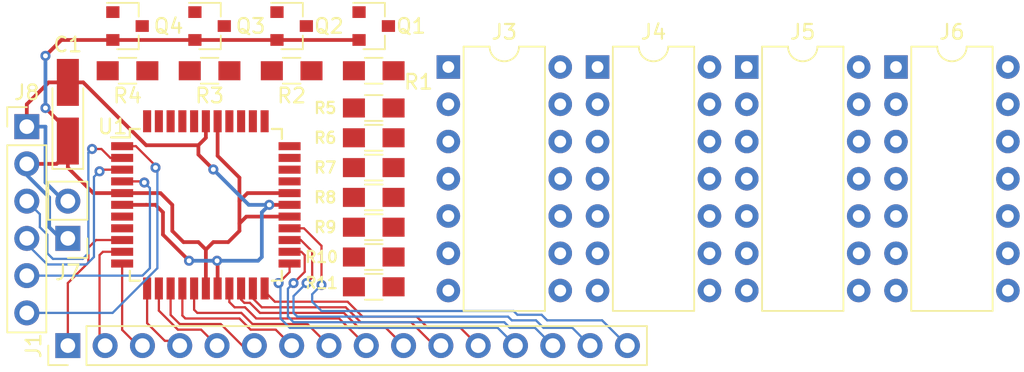
<source format=kicad_pcb>
(kicad_pcb (version 4) (host pcbnew 4.0.2+e4-6225~38~ubuntu14.04.1-stable)

  (general
    (links 91)
    (no_connects 54)
    (area 84.347267 79.352599 157.467401 108.128734)
    (thickness 1.6)
    (drawings 0)
    (tracks 223)
    (zones 0)
    (modules 24)
    (nets 70)
  )

  (page A4)
  (layers
    (0 F.Cu signal)
    (31 B.Cu signal)
    (34 B.Paste user)
    (36 B.SilkS user)
    (37 F.SilkS user)
    (38 B.Mask user)
    (39 F.Mask user)
    (44 Edge.Cuts user)
  )

  (setup
    (last_trace_width 0.1524)
    (user_trace_width 0.254)
    (trace_clearance 0.1524)
    (zone_clearance 0.508)
    (zone_45_only no)
    (trace_min 0.1524)
    (segment_width 0.2)
    (edge_width 0.15)
    (via_size 0.6858)
    (via_drill 0.3302)
    (via_min_size 0.6858)
    (via_min_drill 0.3302)
    (uvia_size 0.762)
    (uvia_drill 0.508)
    (uvias_allowed no)
    (uvia_min_size 0)
    (uvia_min_drill 0)
    (pcb_text_width 0.3)
    (pcb_text_size 1.5 1.5)
    (mod_edge_width 0.15)
    (mod_text_size 1 1)
    (mod_text_width 0.15)
    (pad_size 1.524 1.524)
    (pad_drill 0.762)
    (pad_to_mask_clearance 0.2)
    (aux_axis_origin 0 0)
    (visible_elements FFFFFF7F)
    (pcbplotparams
      (layerselection 0x00030_80000001)
      (usegerberextensions false)
      (excludeedgelayer true)
      (linewidth 0.100000)
      (plotframeref false)
      (viasonmask false)
      (mode 1)
      (useauxorigin false)
      (hpglpennumber 1)
      (hpglpenspeed 20)
      (hpglpendiameter 15)
      (hpglpenoverlay 2)
      (psnegative false)
      (psa4output false)
      (plotreference true)
      (plotvalue true)
      (plotinvisibletext false)
      (padsonsilk false)
      (subtractmaskfromsilk false)
      (outputformat 1)
      (mirror false)
      (drillshape 1)
      (scaleselection 1)
      (outputdirectory ""))
  )

  (net 0 "")
  (net 1 VCC)
  (net 2 GND)
  (net 3 /D0)
  (net 4 /D1)
  (net 5 /D2)
  (net 6 /D3)
  (net 7 /D4)
  (net 8 /D5)
  (net 9 /D6)
  (net 10 /D7)
  (net 11 /D8)
  (net 12 /D9)
  (net 13 /D10)
  (net 14 /D11)
  (net 15 /D12)
  (net 16 /D13)
  (net 17 /D14)
  (net 18 /D15)
  (net 19 /A)
  (net 20 /D)
  (net 21 /F)
  (net 22 "Net-(J3-Pad9)")
  (net 23 /CA1)
  (net 24 /C)
  (net 25 "Net-(J3-Pad4)")
  (net 26 /G)
  (net 27 "Net-(J3-Pad5)")
  (net 28 "Net-(J3-Pad12)")
  (net 29 /DP)
  (net 30 /B)
  (net 31 /E)
  (net 32 "Net-(J4-Pad9)")
  (net 33 /CA2)
  (net 34 "Net-(J4-Pad4)")
  (net 35 "Net-(J4-Pad5)")
  (net 36 "Net-(J4-Pad12)")
  (net 37 "Net-(J5-Pad9)")
  (net 38 /CA3)
  (net 39 "Net-(J5-Pad4)")
  (net 40 "Net-(J5-Pad5)")
  (net 41 "Net-(J5-Pad12)")
  (net 42 "Net-(J6-Pad9)")
  (net 43 /CA4)
  (net 44 "Net-(J6-Pad4)")
  (net 45 "Net-(J6-Pad5)")
  (net 46 "Net-(J6-Pad12)")
  (net 47 "Net-(J8-Pad3)")
  (net 48 "Net-(J8-Pad4)")
  (net 49 /-RST)
  (net 50 "Net-(J8-Pad6)")
  (net 51 "Net-(Q1-Pad1)")
  (net 52 "Net-(Q2-Pad1)")
  (net 53 "Net-(Q3-Pad1)")
  (net 54 "Net-(Q4-Pad1)")
  (net 55 "Net-(R1-Pad2)")
  (net 56 "Net-(R2-Pad2)")
  (net 57 "Net-(R3-Pad2)")
  (net 58 "Net-(R4-Pad2)")
  (net 59 "Net-(R5-Pad2)")
  (net 60 "Net-(R6-Pad2)")
  (net 61 "Net-(R7-Pad2)")
  (net 62 "Net-(R8-Pad2)")
  (net 63 "Net-(R9-Pad2)")
  (net 64 "Net-(R10-Pad2)")
  (net 65 "Net-(R11-Pad2)")
  (net 66 "Net-(U1-Pad7)")
  (net 67 "Net-(U1-Pad8)")
  (net 68 "Net-(U1-Pad30)")
  (net 69 "Net-(U1-Pad44)")

  (net_class Default "This is the default net class."
    (clearance 0.1524)
    (trace_width 0.1524)
    (via_dia 0.6858)
    (via_drill 0.3302)
    (uvia_dia 0.762)
    (uvia_drill 0.508)
    (add_net /-RST)
    (add_net /A)
    (add_net /B)
    (add_net /C)
    (add_net /CA1)
    (add_net /CA2)
    (add_net /CA3)
    (add_net /CA4)
    (add_net /D)
    (add_net /D0)
    (add_net /D1)
    (add_net /D10)
    (add_net /D11)
    (add_net /D12)
    (add_net /D13)
    (add_net /D14)
    (add_net /D15)
    (add_net /D2)
    (add_net /D3)
    (add_net /D4)
    (add_net /D5)
    (add_net /D6)
    (add_net /D7)
    (add_net /D8)
    (add_net /D9)
    (add_net /DP)
    (add_net /E)
    (add_net /F)
    (add_net /G)
    (add_net GND)
    (add_net "Net-(J3-Pad12)")
    (add_net "Net-(J3-Pad4)")
    (add_net "Net-(J3-Pad5)")
    (add_net "Net-(J3-Pad9)")
    (add_net "Net-(J4-Pad12)")
    (add_net "Net-(J4-Pad4)")
    (add_net "Net-(J4-Pad5)")
    (add_net "Net-(J4-Pad9)")
    (add_net "Net-(J5-Pad12)")
    (add_net "Net-(J5-Pad4)")
    (add_net "Net-(J5-Pad5)")
    (add_net "Net-(J5-Pad9)")
    (add_net "Net-(J6-Pad12)")
    (add_net "Net-(J6-Pad4)")
    (add_net "Net-(J6-Pad5)")
    (add_net "Net-(J6-Pad9)")
    (add_net "Net-(J8-Pad3)")
    (add_net "Net-(J8-Pad4)")
    (add_net "Net-(J8-Pad6)")
    (add_net "Net-(Q1-Pad1)")
    (add_net "Net-(Q2-Pad1)")
    (add_net "Net-(Q3-Pad1)")
    (add_net "Net-(Q4-Pad1)")
    (add_net "Net-(R1-Pad2)")
    (add_net "Net-(R10-Pad2)")
    (add_net "Net-(R11-Pad2)")
    (add_net "Net-(R2-Pad2)")
    (add_net "Net-(R3-Pad2)")
    (add_net "Net-(R4-Pad2)")
    (add_net "Net-(R5-Pad2)")
    (add_net "Net-(R6-Pad2)")
    (add_net "Net-(R7-Pad2)")
    (add_net "Net-(R8-Pad2)")
    (add_net "Net-(R9-Pad2)")
    (add_net "Net-(U1-Pad30)")
    (add_net "Net-(U1-Pad44)")
    (add_net "Net-(U1-Pad7)")
    (add_net "Net-(U1-Pad8)")
    (add_net VCC)
  )

  (module Capacitors_Tantalum_SMD:CP_Tantalum_Case-A_EIA-3216-18_Hand (layer F.Cu) (tedit 593ED5C6) (tstamp 593ED27F)
    (at 92.202 87.122 90)
    (descr "Tantalum capacitor, Case A, EIA 3216-18, 3.2x1.6x1.6mm, Hand soldering footprint")
    (tags "capacitor tantalum smd")
    (path /593EE2FE)
    (attr smd)
    (fp_text reference C1 (at 4.572 0 180) (layer F.SilkS)
      (effects (font (size 1 1) (thickness 0.15)))
    )
    (fp_text value CP1 (at 0 2.55 90) (layer F.Fab)
      (effects (font (size 1 1) (thickness 0.15)))
    )
    (fp_text user %R (at 0 0 90) (layer F.Fab)
      (effects (font (size 0.7 0.7) (thickness 0.105)))
    )
    (fp_line (start -4 -1.2) (end -4 1.2) (layer F.CrtYd) (width 0.05))
    (fp_line (start -4 1.2) (end 4 1.2) (layer F.CrtYd) (width 0.05))
    (fp_line (start 4 1.2) (end 4 -1.2) (layer F.CrtYd) (width 0.05))
    (fp_line (start 4 -1.2) (end -4 -1.2) (layer F.CrtYd) (width 0.05))
    (fp_line (start -1.6 -0.8) (end -1.6 0.8) (layer F.Fab) (width 0.1))
    (fp_line (start -1.6 0.8) (end 1.6 0.8) (layer F.Fab) (width 0.1))
    (fp_line (start 1.6 0.8) (end 1.6 -0.8) (layer F.Fab) (width 0.1))
    (fp_line (start 1.6 -0.8) (end -1.6 -0.8) (layer F.Fab) (width 0.1))
    (fp_line (start -1.28 -0.8) (end -1.28 0.8) (layer F.Fab) (width 0.1))
    (fp_line (start -1.12 -0.8) (end -1.12 0.8) (layer F.Fab) (width 0.1))
    (fp_line (start -3.9 -1.05) (end 1.6 -1.05) (layer F.SilkS) (width 0.12))
    (fp_line (start -3.9 1.05) (end 1.6 1.05) (layer F.SilkS) (width 0.12))
    (fp_line (start -3.9 -1.05) (end -3.9 1.05) (layer F.SilkS) (width 0.12))
    (pad 1 smd rect (at -2 0 90) (size 3.2 1.5) (layers F.Cu F.Mask)
      (net 1 VCC))
    (pad 2 smd rect (at 2 0 90) (size 3.2 1.5) (layers F.Cu F.Mask)
      (net 2 GND))
    (model Capacitors_Tantalum_SMD.3dshapes/CP_Tantalum_Case-A_EIA-3216-18.wrl
      (at (xyz 0 0 0))
      (scale (xyz 1 1 1))
      (rotate (xyz 0 0 0))
    )
  )

  (module Pin_Headers:Pin_Header_Straight_1x16_Pitch2.54mm (layer F.Cu) (tedit 58CD4EC2) (tstamp 593ED293)
    (at 92.202 103.068001 90)
    (descr "Through hole straight pin header, 1x16, 2.54mm pitch, single row")
    (tags "Through hole pin header THT 1x16 2.54mm single row")
    (path /593ECF2F)
    (fp_text reference J1 (at 0 -2.33 90) (layer F.SilkS)
      (effects (font (size 1 1) (thickness 0.15)))
    )
    (fp_text value CONN_01X16 (at 0 40.43 90) (layer F.Fab)
      (effects (font (size 1 1) (thickness 0.15)))
    )
    (fp_line (start -1.27 -1.27) (end -1.27 39.37) (layer F.Fab) (width 0.1))
    (fp_line (start -1.27 39.37) (end 1.27 39.37) (layer F.Fab) (width 0.1))
    (fp_line (start 1.27 39.37) (end 1.27 -1.27) (layer F.Fab) (width 0.1))
    (fp_line (start 1.27 -1.27) (end -1.27 -1.27) (layer F.Fab) (width 0.1))
    (fp_line (start -1.33 1.27) (end -1.33 39.43) (layer F.SilkS) (width 0.12))
    (fp_line (start -1.33 39.43) (end 1.33 39.43) (layer F.SilkS) (width 0.12))
    (fp_line (start 1.33 39.43) (end 1.33 1.27) (layer F.SilkS) (width 0.12))
    (fp_line (start 1.33 1.27) (end -1.33 1.27) (layer F.SilkS) (width 0.12))
    (fp_line (start -1.33 0) (end -1.33 -1.33) (layer F.SilkS) (width 0.12))
    (fp_line (start -1.33 -1.33) (end 0 -1.33) (layer F.SilkS) (width 0.12))
    (fp_line (start -1.8 -1.8) (end -1.8 39.9) (layer F.CrtYd) (width 0.05))
    (fp_line (start -1.8 39.9) (end 1.8 39.9) (layer F.CrtYd) (width 0.05))
    (fp_line (start 1.8 39.9) (end 1.8 -1.8) (layer F.CrtYd) (width 0.05))
    (fp_line (start 1.8 -1.8) (end -1.8 -1.8) (layer F.CrtYd) (width 0.05))
    (fp_text user %R (at 0 -2.33 90) (layer F.Fab)
      (effects (font (size 1 1) (thickness 0.15)))
    )
    (pad 1 thru_hole rect (at 0 0 90) (size 1.7 1.7) (drill 1) (layers *.Cu *.Mask)
      (net 3 /D0))
    (pad 2 thru_hole oval (at 0 2.54 90) (size 1.7 1.7) (drill 1) (layers *.Cu *.Mask)
      (net 4 /D1))
    (pad 3 thru_hole oval (at 0 5.08 90) (size 1.7 1.7) (drill 1) (layers *.Cu *.Mask)
      (net 5 /D2))
    (pad 4 thru_hole oval (at 0 7.62 90) (size 1.7 1.7) (drill 1) (layers *.Cu *.Mask)
      (net 6 /D3))
    (pad 5 thru_hole oval (at 0 10.16 90) (size 1.7 1.7) (drill 1) (layers *.Cu *.Mask)
      (net 7 /D4))
    (pad 6 thru_hole oval (at 0 12.7 90) (size 1.7 1.7) (drill 1) (layers *.Cu *.Mask)
      (net 8 /D5))
    (pad 7 thru_hole oval (at 0 15.24 90) (size 1.7 1.7) (drill 1) (layers *.Cu *.Mask)
      (net 9 /D6))
    (pad 8 thru_hole oval (at 0 17.78 90) (size 1.7 1.7) (drill 1) (layers *.Cu *.Mask)
      (net 10 /D7))
    (pad 9 thru_hole oval (at 0 20.32 90) (size 1.7 1.7) (drill 1) (layers *.Cu *.Mask)
      (net 11 /D8))
    (pad 10 thru_hole oval (at 0 22.86 90) (size 1.7 1.7) (drill 1) (layers *.Cu *.Mask)
      (net 12 /D9))
    (pad 11 thru_hole oval (at 0 25.4 90) (size 1.7 1.7) (drill 1) (layers *.Cu *.Mask)
      (net 13 /D10))
    (pad 12 thru_hole oval (at 0 27.94 90) (size 1.7 1.7) (drill 1) (layers *.Cu *.Mask)
      (net 14 /D11))
    (pad 13 thru_hole oval (at 0 30.48 90) (size 1.7 1.7) (drill 1) (layers *.Cu *.Mask)
      (net 15 /D12))
    (pad 14 thru_hole oval (at 0 33.02 90) (size 1.7 1.7) (drill 1) (layers *.Cu *.Mask)
      (net 16 /D13))
    (pad 15 thru_hole oval (at 0 35.56 90) (size 1.7 1.7) (drill 1) (layers *.Cu *.Mask)
      (net 17 /D14))
    (pad 16 thru_hole oval (at 0 38.1 90) (size 1.7 1.7) (drill 1) (layers *.Cu *.Mask)
      (net 18 /D15))
    (model ${KISYS3DMOD}/Pin_Headers.3dshapes/Pin_Header_Straight_1x16_Pitch2.54mm.wrl
      (at (xyz 0 -0.75 0))
      (scale (xyz 1 1 1))
      (rotate (xyz 0 0 90))
    )
  )

  (module Housings_DIP:DIP-14_W7.62mm (layer F.Cu) (tedit 58CC8E2C) (tstamp 593ED2A5)
    (at 118.11 84.074)
    (descr "14-lead dip package, row spacing 7.62 mm (300 mils)")
    (tags "DIL DIP PDIP 2.54mm 7.62mm 300mil")
    (path /592DEE57)
    (fp_text reference J3 (at 3.81 -2.39) (layer F.SilkS)
      (effects (font (size 1 1) (thickness 0.15)))
    )
    (fp_text value DIL14 (at 3.81 17.63) (layer F.Fab)
      (effects (font (size 1 1) (thickness 0.15)))
    )
    (fp_text user %R (at 3.81 7.62) (layer F.Fab)
      (effects (font (size 1 1) (thickness 0.15)))
    )
    (fp_line (start 1.635 -1.27) (end 6.985 -1.27) (layer F.Fab) (width 0.1))
    (fp_line (start 6.985 -1.27) (end 6.985 16.51) (layer F.Fab) (width 0.1))
    (fp_line (start 6.985 16.51) (end 0.635 16.51) (layer F.Fab) (width 0.1))
    (fp_line (start 0.635 16.51) (end 0.635 -0.27) (layer F.Fab) (width 0.1))
    (fp_line (start 0.635 -0.27) (end 1.635 -1.27) (layer F.Fab) (width 0.1))
    (fp_line (start 2.81 -1.39) (end 1.04 -1.39) (layer F.SilkS) (width 0.12))
    (fp_line (start 1.04 -1.39) (end 1.04 16.63) (layer F.SilkS) (width 0.12))
    (fp_line (start 1.04 16.63) (end 6.58 16.63) (layer F.SilkS) (width 0.12))
    (fp_line (start 6.58 16.63) (end 6.58 -1.39) (layer F.SilkS) (width 0.12))
    (fp_line (start 6.58 -1.39) (end 4.81 -1.39) (layer F.SilkS) (width 0.12))
    (fp_line (start -1.1 -1.6) (end -1.1 16.8) (layer F.CrtYd) (width 0.05))
    (fp_line (start -1.1 16.8) (end 8.7 16.8) (layer F.CrtYd) (width 0.05))
    (fp_line (start 8.7 16.8) (end 8.7 -1.6) (layer F.CrtYd) (width 0.05))
    (fp_line (start 8.7 -1.6) (end -1.1 -1.6) (layer F.CrtYd) (width 0.05))
    (fp_arc (start 3.81 -1.39) (end 2.81 -1.39) (angle -180) (layer F.SilkS) (width 0.12))
    (pad 1 thru_hole rect (at 0 0) (size 1.6 1.6) (drill 0.8) (layers *.Cu *.Mask)
      (net 19 /A))
    (pad 8 thru_hole oval (at 7.62 15.24) (size 1.6 1.6) (drill 0.8) (layers *.Cu *.Mask)
      (net 20 /D))
    (pad 2 thru_hole oval (at 0 2.54) (size 1.6 1.6) (drill 0.8) (layers *.Cu *.Mask)
      (net 21 /F))
    (pad 9 thru_hole oval (at 7.62 12.7) (size 1.6 1.6) (drill 0.8) (layers *.Cu *.Mask)
      (net 22 "Net-(J3-Pad9)"))
    (pad 3 thru_hole oval (at 0 5.08) (size 1.6 1.6) (drill 0.8) (layers *.Cu *.Mask)
      (net 23 /CA1))
    (pad 10 thru_hole oval (at 7.62 10.16) (size 1.6 1.6) (drill 0.8) (layers *.Cu *.Mask)
      (net 24 /C))
    (pad 4 thru_hole oval (at 0 7.62) (size 1.6 1.6) (drill 0.8) (layers *.Cu *.Mask)
      (net 25 "Net-(J3-Pad4)"))
    (pad 11 thru_hole oval (at 7.62 7.62) (size 1.6 1.6) (drill 0.8) (layers *.Cu *.Mask)
      (net 26 /G))
    (pad 5 thru_hole oval (at 0 10.16) (size 1.6 1.6) (drill 0.8) (layers *.Cu *.Mask)
      (net 27 "Net-(J3-Pad5)"))
    (pad 12 thru_hole oval (at 7.62 5.08) (size 1.6 1.6) (drill 0.8) (layers *.Cu *.Mask)
      (net 28 "Net-(J3-Pad12)"))
    (pad 6 thru_hole oval (at 0 12.7) (size 1.6 1.6) (drill 0.8) (layers *.Cu *.Mask)
      (net 29 /DP))
    (pad 13 thru_hole oval (at 7.62 2.54) (size 1.6 1.6) (drill 0.8) (layers *.Cu *.Mask)
      (net 30 /B))
    (pad 7 thru_hole oval (at 0 15.24) (size 1.6 1.6) (drill 0.8) (layers *.Cu *.Mask)
      (net 31 /E))
    (pad 14 thru_hole oval (at 7.62 0) (size 1.6 1.6) (drill 0.8) (layers *.Cu *.Mask)
      (net 23 /CA1))
    (model ${KISYS3DMOD}/Housings_DIP.3dshapes/DIP-14_W7.62mm.wrl
      (at (xyz 0 0 0))
      (scale (xyz 1 1 1))
      (rotate (xyz 0 0 0))
    )
  )

  (module Housings_DIP:DIP-14_W7.62mm (layer F.Cu) (tedit 58CC8E2C) (tstamp 593ED2B7)
    (at 128.27 84.074)
    (descr "14-lead dip package, row spacing 7.62 mm (300 mils)")
    (tags "DIL DIP PDIP 2.54mm 7.62mm 300mil")
    (path /592DF5D1)
    (fp_text reference J4 (at 3.81 -2.39) (layer F.SilkS)
      (effects (font (size 1 1) (thickness 0.15)))
    )
    (fp_text value DIL14 (at 3.81 17.63) (layer F.Fab)
      (effects (font (size 1 1) (thickness 0.15)))
    )
    (fp_text user %R (at 3.81 7.62) (layer F.Fab)
      (effects (font (size 1 1) (thickness 0.15)))
    )
    (fp_line (start 1.635 -1.27) (end 6.985 -1.27) (layer F.Fab) (width 0.1))
    (fp_line (start 6.985 -1.27) (end 6.985 16.51) (layer F.Fab) (width 0.1))
    (fp_line (start 6.985 16.51) (end 0.635 16.51) (layer F.Fab) (width 0.1))
    (fp_line (start 0.635 16.51) (end 0.635 -0.27) (layer F.Fab) (width 0.1))
    (fp_line (start 0.635 -0.27) (end 1.635 -1.27) (layer F.Fab) (width 0.1))
    (fp_line (start 2.81 -1.39) (end 1.04 -1.39) (layer F.SilkS) (width 0.12))
    (fp_line (start 1.04 -1.39) (end 1.04 16.63) (layer F.SilkS) (width 0.12))
    (fp_line (start 1.04 16.63) (end 6.58 16.63) (layer F.SilkS) (width 0.12))
    (fp_line (start 6.58 16.63) (end 6.58 -1.39) (layer F.SilkS) (width 0.12))
    (fp_line (start 6.58 -1.39) (end 4.81 -1.39) (layer F.SilkS) (width 0.12))
    (fp_line (start -1.1 -1.6) (end -1.1 16.8) (layer F.CrtYd) (width 0.05))
    (fp_line (start -1.1 16.8) (end 8.7 16.8) (layer F.CrtYd) (width 0.05))
    (fp_line (start 8.7 16.8) (end 8.7 -1.6) (layer F.CrtYd) (width 0.05))
    (fp_line (start 8.7 -1.6) (end -1.1 -1.6) (layer F.CrtYd) (width 0.05))
    (fp_arc (start 3.81 -1.39) (end 2.81 -1.39) (angle -180) (layer F.SilkS) (width 0.12))
    (pad 1 thru_hole rect (at 0 0) (size 1.6 1.6) (drill 0.8) (layers *.Cu *.Mask)
      (net 19 /A))
    (pad 8 thru_hole oval (at 7.62 15.24) (size 1.6 1.6) (drill 0.8) (layers *.Cu *.Mask)
      (net 20 /D))
    (pad 2 thru_hole oval (at 0 2.54) (size 1.6 1.6) (drill 0.8) (layers *.Cu *.Mask)
      (net 21 /F))
    (pad 9 thru_hole oval (at 7.62 12.7) (size 1.6 1.6) (drill 0.8) (layers *.Cu *.Mask)
      (net 32 "Net-(J4-Pad9)"))
    (pad 3 thru_hole oval (at 0 5.08) (size 1.6 1.6) (drill 0.8) (layers *.Cu *.Mask)
      (net 33 /CA2))
    (pad 10 thru_hole oval (at 7.62 10.16) (size 1.6 1.6) (drill 0.8) (layers *.Cu *.Mask)
      (net 24 /C))
    (pad 4 thru_hole oval (at 0 7.62) (size 1.6 1.6) (drill 0.8) (layers *.Cu *.Mask)
      (net 34 "Net-(J4-Pad4)"))
    (pad 11 thru_hole oval (at 7.62 7.62) (size 1.6 1.6) (drill 0.8) (layers *.Cu *.Mask)
      (net 26 /G))
    (pad 5 thru_hole oval (at 0 10.16) (size 1.6 1.6) (drill 0.8) (layers *.Cu *.Mask)
      (net 35 "Net-(J4-Pad5)"))
    (pad 12 thru_hole oval (at 7.62 5.08) (size 1.6 1.6) (drill 0.8) (layers *.Cu *.Mask)
      (net 36 "Net-(J4-Pad12)"))
    (pad 6 thru_hole oval (at 0 12.7) (size 1.6 1.6) (drill 0.8) (layers *.Cu *.Mask)
      (net 29 /DP))
    (pad 13 thru_hole oval (at 7.62 2.54) (size 1.6 1.6) (drill 0.8) (layers *.Cu *.Mask)
      (net 30 /B))
    (pad 7 thru_hole oval (at 0 15.24) (size 1.6 1.6) (drill 0.8) (layers *.Cu *.Mask)
      (net 31 /E))
    (pad 14 thru_hole oval (at 7.62 0) (size 1.6 1.6) (drill 0.8) (layers *.Cu *.Mask)
      (net 33 /CA2))
    (model ${KISYS3DMOD}/Housings_DIP.3dshapes/DIP-14_W7.62mm.wrl
      (at (xyz 0 0 0))
      (scale (xyz 1 1 1))
      (rotate (xyz 0 0 0))
    )
  )

  (module Housings_DIP:DIP-14_W7.62mm (layer F.Cu) (tedit 58CC8E2C) (tstamp 593ED2C9)
    (at 138.43 84.074)
    (descr "14-lead dip package, row spacing 7.62 mm (300 mils)")
    (tags "DIL DIP PDIP 2.54mm 7.62mm 300mil")
    (path /593E7114)
    (fp_text reference J5 (at 3.81 -2.39) (layer F.SilkS)
      (effects (font (size 1 1) (thickness 0.15)))
    )
    (fp_text value DIL14 (at 3.81 17.63) (layer F.Fab)
      (effects (font (size 1 1) (thickness 0.15)))
    )
    (fp_text user %R (at 3.81 7.62) (layer F.Fab)
      (effects (font (size 1 1) (thickness 0.15)))
    )
    (fp_line (start 1.635 -1.27) (end 6.985 -1.27) (layer F.Fab) (width 0.1))
    (fp_line (start 6.985 -1.27) (end 6.985 16.51) (layer F.Fab) (width 0.1))
    (fp_line (start 6.985 16.51) (end 0.635 16.51) (layer F.Fab) (width 0.1))
    (fp_line (start 0.635 16.51) (end 0.635 -0.27) (layer F.Fab) (width 0.1))
    (fp_line (start 0.635 -0.27) (end 1.635 -1.27) (layer F.Fab) (width 0.1))
    (fp_line (start 2.81 -1.39) (end 1.04 -1.39) (layer F.SilkS) (width 0.12))
    (fp_line (start 1.04 -1.39) (end 1.04 16.63) (layer F.SilkS) (width 0.12))
    (fp_line (start 1.04 16.63) (end 6.58 16.63) (layer F.SilkS) (width 0.12))
    (fp_line (start 6.58 16.63) (end 6.58 -1.39) (layer F.SilkS) (width 0.12))
    (fp_line (start 6.58 -1.39) (end 4.81 -1.39) (layer F.SilkS) (width 0.12))
    (fp_line (start -1.1 -1.6) (end -1.1 16.8) (layer F.CrtYd) (width 0.05))
    (fp_line (start -1.1 16.8) (end 8.7 16.8) (layer F.CrtYd) (width 0.05))
    (fp_line (start 8.7 16.8) (end 8.7 -1.6) (layer F.CrtYd) (width 0.05))
    (fp_line (start 8.7 -1.6) (end -1.1 -1.6) (layer F.CrtYd) (width 0.05))
    (fp_arc (start 3.81 -1.39) (end 2.81 -1.39) (angle -180) (layer F.SilkS) (width 0.12))
    (pad 1 thru_hole rect (at 0 0) (size 1.6 1.6) (drill 0.8) (layers *.Cu *.Mask)
      (net 19 /A))
    (pad 8 thru_hole oval (at 7.62 15.24) (size 1.6 1.6) (drill 0.8) (layers *.Cu *.Mask)
      (net 20 /D))
    (pad 2 thru_hole oval (at 0 2.54) (size 1.6 1.6) (drill 0.8) (layers *.Cu *.Mask)
      (net 21 /F))
    (pad 9 thru_hole oval (at 7.62 12.7) (size 1.6 1.6) (drill 0.8) (layers *.Cu *.Mask)
      (net 37 "Net-(J5-Pad9)"))
    (pad 3 thru_hole oval (at 0 5.08) (size 1.6 1.6) (drill 0.8) (layers *.Cu *.Mask)
      (net 38 /CA3))
    (pad 10 thru_hole oval (at 7.62 10.16) (size 1.6 1.6) (drill 0.8) (layers *.Cu *.Mask)
      (net 24 /C))
    (pad 4 thru_hole oval (at 0 7.62) (size 1.6 1.6) (drill 0.8) (layers *.Cu *.Mask)
      (net 39 "Net-(J5-Pad4)"))
    (pad 11 thru_hole oval (at 7.62 7.62) (size 1.6 1.6) (drill 0.8) (layers *.Cu *.Mask)
      (net 26 /G))
    (pad 5 thru_hole oval (at 0 10.16) (size 1.6 1.6) (drill 0.8) (layers *.Cu *.Mask)
      (net 40 "Net-(J5-Pad5)"))
    (pad 12 thru_hole oval (at 7.62 5.08) (size 1.6 1.6) (drill 0.8) (layers *.Cu *.Mask)
      (net 41 "Net-(J5-Pad12)"))
    (pad 6 thru_hole oval (at 0 12.7) (size 1.6 1.6) (drill 0.8) (layers *.Cu *.Mask)
      (net 29 /DP))
    (pad 13 thru_hole oval (at 7.62 2.54) (size 1.6 1.6) (drill 0.8) (layers *.Cu *.Mask)
      (net 30 /B))
    (pad 7 thru_hole oval (at 0 15.24) (size 1.6 1.6) (drill 0.8) (layers *.Cu *.Mask)
      (net 31 /E))
    (pad 14 thru_hole oval (at 7.62 0) (size 1.6 1.6) (drill 0.8) (layers *.Cu *.Mask)
      (net 38 /CA3))
    (model ${KISYS3DMOD}/Housings_DIP.3dshapes/DIP-14_W7.62mm.wrl
      (at (xyz 0 0 0))
      (scale (xyz 1 1 1))
      (rotate (xyz 0 0 0))
    )
  )

  (module Housings_DIP:DIP-14_W7.62mm (layer F.Cu) (tedit 58CC8E2C) (tstamp 593ED2DB)
    (at 148.59 84.074)
    (descr "14-lead dip package, row spacing 7.62 mm (300 mils)")
    (tags "DIL DIP PDIP 2.54mm 7.62mm 300mil")
    (path /593E71EE)
    (fp_text reference J6 (at 3.81 -2.39) (layer F.SilkS)
      (effects (font (size 1 1) (thickness 0.15)))
    )
    (fp_text value DIL14 (at 3.81 17.63) (layer F.Fab)
      (effects (font (size 1 1) (thickness 0.15)))
    )
    (fp_text user %R (at 3.81 7.62) (layer F.Fab)
      (effects (font (size 1 1) (thickness 0.15)))
    )
    (fp_line (start 1.635 -1.27) (end 6.985 -1.27) (layer F.Fab) (width 0.1))
    (fp_line (start 6.985 -1.27) (end 6.985 16.51) (layer F.Fab) (width 0.1))
    (fp_line (start 6.985 16.51) (end 0.635 16.51) (layer F.Fab) (width 0.1))
    (fp_line (start 0.635 16.51) (end 0.635 -0.27) (layer F.Fab) (width 0.1))
    (fp_line (start 0.635 -0.27) (end 1.635 -1.27) (layer F.Fab) (width 0.1))
    (fp_line (start 2.81 -1.39) (end 1.04 -1.39) (layer F.SilkS) (width 0.12))
    (fp_line (start 1.04 -1.39) (end 1.04 16.63) (layer F.SilkS) (width 0.12))
    (fp_line (start 1.04 16.63) (end 6.58 16.63) (layer F.SilkS) (width 0.12))
    (fp_line (start 6.58 16.63) (end 6.58 -1.39) (layer F.SilkS) (width 0.12))
    (fp_line (start 6.58 -1.39) (end 4.81 -1.39) (layer F.SilkS) (width 0.12))
    (fp_line (start -1.1 -1.6) (end -1.1 16.8) (layer F.CrtYd) (width 0.05))
    (fp_line (start -1.1 16.8) (end 8.7 16.8) (layer F.CrtYd) (width 0.05))
    (fp_line (start 8.7 16.8) (end 8.7 -1.6) (layer F.CrtYd) (width 0.05))
    (fp_line (start 8.7 -1.6) (end -1.1 -1.6) (layer F.CrtYd) (width 0.05))
    (fp_arc (start 3.81 -1.39) (end 2.81 -1.39) (angle -180) (layer F.SilkS) (width 0.12))
    (pad 1 thru_hole rect (at 0 0) (size 1.6 1.6) (drill 0.8) (layers *.Cu *.Mask)
      (net 19 /A))
    (pad 8 thru_hole oval (at 7.62 15.24) (size 1.6 1.6) (drill 0.8) (layers *.Cu *.Mask)
      (net 20 /D))
    (pad 2 thru_hole oval (at 0 2.54) (size 1.6 1.6) (drill 0.8) (layers *.Cu *.Mask)
      (net 21 /F))
    (pad 9 thru_hole oval (at 7.62 12.7) (size 1.6 1.6) (drill 0.8) (layers *.Cu *.Mask)
      (net 42 "Net-(J6-Pad9)"))
    (pad 3 thru_hole oval (at 0 5.08) (size 1.6 1.6) (drill 0.8) (layers *.Cu *.Mask)
      (net 43 /CA4))
    (pad 10 thru_hole oval (at 7.62 10.16) (size 1.6 1.6) (drill 0.8) (layers *.Cu *.Mask)
      (net 24 /C))
    (pad 4 thru_hole oval (at 0 7.62) (size 1.6 1.6) (drill 0.8) (layers *.Cu *.Mask)
      (net 44 "Net-(J6-Pad4)"))
    (pad 11 thru_hole oval (at 7.62 7.62) (size 1.6 1.6) (drill 0.8) (layers *.Cu *.Mask)
      (net 26 /G))
    (pad 5 thru_hole oval (at 0 10.16) (size 1.6 1.6) (drill 0.8) (layers *.Cu *.Mask)
      (net 45 "Net-(J6-Pad5)"))
    (pad 12 thru_hole oval (at 7.62 5.08) (size 1.6 1.6) (drill 0.8) (layers *.Cu *.Mask)
      (net 46 "Net-(J6-Pad12)"))
    (pad 6 thru_hole oval (at 0 12.7) (size 1.6 1.6) (drill 0.8) (layers *.Cu *.Mask)
      (net 29 /DP))
    (pad 13 thru_hole oval (at 7.62 2.54) (size 1.6 1.6) (drill 0.8) (layers *.Cu *.Mask)
      (net 30 /B))
    (pad 7 thru_hole oval (at 0 15.24) (size 1.6 1.6) (drill 0.8) (layers *.Cu *.Mask)
      (net 31 /E))
    (pad 14 thru_hole oval (at 7.62 0) (size 1.6 1.6) (drill 0.8) (layers *.Cu *.Mask)
      (net 43 /CA4))
    (model ${KISYS3DMOD}/Housings_DIP.3dshapes/DIP-14_W7.62mm.wrl
      (at (xyz 0 0 0))
      (scale (xyz 1 1 1))
      (rotate (xyz 0 0 0))
    )
  )

  (module Pin_Headers:Pin_Header_Straight_1x02_Pitch2.54mm (layer F.Cu) (tedit 58CD4EC1) (tstamp 593ED2E1)
    (at 92.202 95.758 180)
    (descr "Through hole straight pin header, 1x02, 2.54mm pitch, single row")
    (tags "Through hole pin header THT 1x02 2.54mm single row")
    (path /592E2D34)
    (fp_text reference J7 (at 0 -2.33 180) (layer F.SilkS)
      (effects (font (size 1 1) (thickness 0.15)))
    )
    (fp_text value CONN_01X02 (at 0 4.87 180) (layer F.Fab)
      (effects (font (size 1 1) (thickness 0.15)))
    )
    (fp_line (start -1.27 -1.27) (end -1.27 3.81) (layer F.Fab) (width 0.1))
    (fp_line (start -1.27 3.81) (end 1.27 3.81) (layer F.Fab) (width 0.1))
    (fp_line (start 1.27 3.81) (end 1.27 -1.27) (layer F.Fab) (width 0.1))
    (fp_line (start 1.27 -1.27) (end -1.27 -1.27) (layer F.Fab) (width 0.1))
    (fp_line (start -1.33 1.27) (end -1.33 3.87) (layer F.SilkS) (width 0.12))
    (fp_line (start -1.33 3.87) (end 1.33 3.87) (layer F.SilkS) (width 0.12))
    (fp_line (start 1.33 3.87) (end 1.33 1.27) (layer F.SilkS) (width 0.12))
    (fp_line (start 1.33 1.27) (end -1.33 1.27) (layer F.SilkS) (width 0.12))
    (fp_line (start -1.33 0) (end -1.33 -1.33) (layer F.SilkS) (width 0.12))
    (fp_line (start -1.33 -1.33) (end 0 -1.33) (layer F.SilkS) (width 0.12))
    (fp_line (start -1.8 -1.8) (end -1.8 4.35) (layer F.CrtYd) (width 0.05))
    (fp_line (start -1.8 4.35) (end 1.8 4.35) (layer F.CrtYd) (width 0.05))
    (fp_line (start 1.8 4.35) (end 1.8 -1.8) (layer F.CrtYd) (width 0.05))
    (fp_line (start 1.8 -1.8) (end -1.8 -1.8) (layer F.CrtYd) (width 0.05))
    (fp_text user %R (at 0 -2.33 180) (layer F.Fab)
      (effects (font (size 1 1) (thickness 0.15)))
    )
    (pad 1 thru_hole rect (at 0 0 180) (size 1.7 1.7) (drill 1) (layers *.Cu *.Mask)
      (net 1 VCC))
    (pad 2 thru_hole oval (at 0 2.54 180) (size 1.7 1.7) (drill 1) (layers *.Cu *.Mask)
      (net 2 GND))
    (model ${KISYS3DMOD}/Pin_Headers.3dshapes/Pin_Header_Straight_1x02_Pitch2.54mm.wrl
      (at (xyz 0 -0.05 0))
      (scale (xyz 1 1 1))
      (rotate (xyz 0 0 90))
    )
  )

  (module Pin_Headers:Pin_Header_Straight_1x06_Pitch2.54mm (layer F.Cu) (tedit 58CD4EC1) (tstamp 593ED2EB)
    (at 89.408 88.138)
    (descr "Through hole straight pin header, 1x06, 2.54mm pitch, single row")
    (tags "Through hole pin header THT 1x06 2.54mm single row")
    (path /593EF856)
    (fp_text reference J8 (at 0 -2.33) (layer F.SilkS)
      (effects (font (size 1 1) (thickness 0.15)))
    )
    (fp_text value CONN_01X06 (at 0 15.03) (layer F.Fab)
      (effects (font (size 1 1) (thickness 0.15)))
    )
    (fp_line (start -1.27 -1.27) (end -1.27 13.97) (layer F.Fab) (width 0.1))
    (fp_line (start -1.27 13.97) (end 1.27 13.97) (layer F.Fab) (width 0.1))
    (fp_line (start 1.27 13.97) (end 1.27 -1.27) (layer F.Fab) (width 0.1))
    (fp_line (start 1.27 -1.27) (end -1.27 -1.27) (layer F.Fab) (width 0.1))
    (fp_line (start -1.33 1.27) (end -1.33 14.03) (layer F.SilkS) (width 0.12))
    (fp_line (start -1.33 14.03) (end 1.33 14.03) (layer F.SilkS) (width 0.12))
    (fp_line (start 1.33 14.03) (end 1.33 1.27) (layer F.SilkS) (width 0.12))
    (fp_line (start 1.33 1.27) (end -1.33 1.27) (layer F.SilkS) (width 0.12))
    (fp_line (start -1.33 0) (end -1.33 -1.33) (layer F.SilkS) (width 0.12))
    (fp_line (start -1.33 -1.33) (end 0 -1.33) (layer F.SilkS) (width 0.12))
    (fp_line (start -1.8 -1.8) (end -1.8 14.5) (layer F.CrtYd) (width 0.05))
    (fp_line (start -1.8 14.5) (end 1.8 14.5) (layer F.CrtYd) (width 0.05))
    (fp_line (start 1.8 14.5) (end 1.8 -1.8) (layer F.CrtYd) (width 0.05))
    (fp_line (start 1.8 -1.8) (end -1.8 -1.8) (layer F.CrtYd) (width 0.05))
    (fp_text user %R (at 0 -2.33) (layer F.Fab)
      (effects (font (size 1 1) (thickness 0.15)))
    )
    (pad 1 thru_hole rect (at 0 0) (size 1.7 1.7) (drill 1) (layers *.Cu *.Mask)
      (net 2 GND))
    (pad 2 thru_hole oval (at 0 2.54) (size 1.7 1.7) (drill 1) (layers *.Cu *.Mask)
      (net 1 VCC))
    (pad 3 thru_hole oval (at 0 5.08) (size 1.7 1.7) (drill 1) (layers *.Cu *.Mask)
      (net 47 "Net-(J8-Pad3)"))
    (pad 4 thru_hole oval (at 0 7.62) (size 1.7 1.7) (drill 1) (layers *.Cu *.Mask)
      (net 48 "Net-(J8-Pad4)"))
    (pad 5 thru_hole oval (at 0 10.16) (size 1.7 1.7) (drill 1) (layers *.Cu *.Mask)
      (net 49 /-RST))
    (pad 6 thru_hole oval (at 0 12.7) (size 1.7 1.7) (drill 1) (layers *.Cu *.Mask)
      (net 50 "Net-(J8-Pad6)"))
    (model ${KISYS3DMOD}/Pin_Headers.3dshapes/Pin_Header_Straight_1x06_Pitch2.54mm.wrl
      (at (xyz 0 -0.25 0))
      (scale (xyz 1 1 1))
      (rotate (xyz 0 0 90))
    )
  )

  (module TO_SOT_Packages_SMD:SOT-23 (layer F.Cu) (tedit 593ED82D) (tstamp 593ED2F2)
    (at 113.03 81.28)
    (descr "SOT-23, Standard")
    (tags SOT-23)
    (path /593ED485)
    (attr smd)
    (fp_text reference Q1 (at 2.54 0) (layer F.SilkS)
      (effects (font (size 1 1) (thickness 0.15)))
    )
    (fp_text value MMBT3906 (at 0 2.5) (layer F.Fab)
      (effects (font (size 1 1) (thickness 0.15)))
    )
    (fp_text user %R (at 0 0) (layer F.Fab)
      (effects (font (size 0.5 0.5) (thickness 0.075)))
    )
    (fp_line (start -0.7 -0.95) (end -0.7 1.5) (layer F.Fab) (width 0.1))
    (fp_line (start -0.15 -1.52) (end 0.7 -1.52) (layer F.Fab) (width 0.1))
    (fp_line (start -0.7 -0.95) (end -0.15 -1.52) (layer F.Fab) (width 0.1))
    (fp_line (start 0.7 -1.52) (end 0.7 1.52) (layer F.Fab) (width 0.1))
    (fp_line (start -0.7 1.52) (end 0.7 1.52) (layer F.Fab) (width 0.1))
    (fp_line (start 0.76 1.58) (end 0.76 0.65) (layer F.SilkS) (width 0.12))
    (fp_line (start 0.76 -1.58) (end 0.76 -0.65) (layer F.SilkS) (width 0.12))
    (fp_line (start -1.7 -1.75) (end 1.7 -1.75) (layer F.CrtYd) (width 0.05))
    (fp_line (start 1.7 -1.75) (end 1.7 1.75) (layer F.CrtYd) (width 0.05))
    (fp_line (start 1.7 1.75) (end -1.7 1.75) (layer F.CrtYd) (width 0.05))
    (fp_line (start -1.7 1.75) (end -1.7 -1.75) (layer F.CrtYd) (width 0.05))
    (fp_line (start 0.76 -1.58) (end -1.4 -1.58) (layer F.SilkS) (width 0.12))
    (fp_line (start 0.76 1.58) (end -0.7 1.58) (layer F.SilkS) (width 0.12))
    (pad 1 smd rect (at -1 -0.95) (size 0.9 0.8) (layers F.Cu F.Mask)
      (net 51 "Net-(Q1-Pad1)"))
    (pad 2 smd rect (at -1 0.95) (size 0.9 0.8) (layers F.Cu F.Mask)
      (net 1 VCC))
    (pad 3 smd rect (at 1 0) (size 0.9 0.8) (layers F.Cu F.Mask)
      (net 23 /CA1))
    (model ${KISYS3DMOD}/TO_SOT_Packages_SMD.3dshapes/SOT-23.wrl
      (at (xyz 0 0 0))
      (scale (xyz 1 1 1))
      (rotate (xyz 0 0 0))
    )
  )

  (module TO_SOT_Packages_SMD:SOT-23 (layer F.Cu) (tedit 593ED7F8) (tstamp 593ED2F9)
    (at 107.442 81.28)
    (descr "SOT-23, Standard")
    (tags SOT-23)
    (path /593EDF41)
    (attr smd)
    (fp_text reference Q2 (at 2.54 0) (layer F.SilkS)
      (effects (font (size 1 1) (thickness 0.15)))
    )
    (fp_text value MMBT3906 (at 0 2.5) (layer F.Fab)
      (effects (font (size 1 1) (thickness 0.15)))
    )
    (fp_text user %R (at 0 0) (layer F.Fab)
      (effects (font (size 0.5 0.5) (thickness 0.075)))
    )
    (fp_line (start -0.7 -0.95) (end -0.7 1.5) (layer F.Fab) (width 0.1))
    (fp_line (start -0.15 -1.52) (end 0.7 -1.52) (layer F.Fab) (width 0.1))
    (fp_line (start -0.7 -0.95) (end -0.15 -1.52) (layer F.Fab) (width 0.1))
    (fp_line (start 0.7 -1.52) (end 0.7 1.52) (layer F.Fab) (width 0.1))
    (fp_line (start -0.7 1.52) (end 0.7 1.52) (layer F.Fab) (width 0.1))
    (fp_line (start 0.76 1.58) (end 0.76 0.65) (layer F.SilkS) (width 0.12))
    (fp_line (start 0.76 -1.58) (end 0.76 -0.65) (layer F.SilkS) (width 0.12))
    (fp_line (start -1.7 -1.75) (end 1.7 -1.75) (layer F.CrtYd) (width 0.05))
    (fp_line (start 1.7 -1.75) (end 1.7 1.75) (layer F.CrtYd) (width 0.05))
    (fp_line (start 1.7 1.75) (end -1.7 1.75) (layer F.CrtYd) (width 0.05))
    (fp_line (start -1.7 1.75) (end -1.7 -1.75) (layer F.CrtYd) (width 0.05))
    (fp_line (start 0.76 -1.58) (end -1.4 -1.58) (layer F.SilkS) (width 0.12))
    (fp_line (start 0.76 1.58) (end -0.7 1.58) (layer F.SilkS) (width 0.12))
    (pad 1 smd rect (at -1 -0.95) (size 0.9 0.8) (layers F.Cu F.Mask)
      (net 52 "Net-(Q2-Pad1)"))
    (pad 2 smd rect (at -1 0.95) (size 0.9 0.8) (layers F.Cu F.Mask)
      (net 1 VCC))
    (pad 3 smd rect (at 1 0) (size 0.9 0.8) (layers F.Cu F.Mask)
      (net 33 /CA2))
    (model ${KISYS3DMOD}/TO_SOT_Packages_SMD.3dshapes/SOT-23.wrl
      (at (xyz 0 0 0))
      (scale (xyz 1 1 1))
      (rotate (xyz 0 0 0))
    )
  )

  (module TO_SOT_Packages_SMD:SOT-23 (layer F.Cu) (tedit 593ED7BD) (tstamp 593ED300)
    (at 101.854 81.28)
    (descr "SOT-23, Standard")
    (tags SOT-23)
    (path /593EDFDF)
    (attr smd)
    (fp_text reference Q3 (at 2.794 0) (layer F.SilkS)
      (effects (font (size 1 1) (thickness 0.15)))
    )
    (fp_text value MMBT3906 (at 0 2.5) (layer F.Fab)
      (effects (font (size 1 1) (thickness 0.15)))
    )
    (fp_text user %R (at 0 0) (layer F.Fab)
      (effects (font (size 0.5 0.5) (thickness 0.075)))
    )
    (fp_line (start -0.7 -0.95) (end -0.7 1.5) (layer F.Fab) (width 0.1))
    (fp_line (start -0.15 -1.52) (end 0.7 -1.52) (layer F.Fab) (width 0.1))
    (fp_line (start -0.7 -0.95) (end -0.15 -1.52) (layer F.Fab) (width 0.1))
    (fp_line (start 0.7 -1.52) (end 0.7 1.52) (layer F.Fab) (width 0.1))
    (fp_line (start -0.7 1.52) (end 0.7 1.52) (layer F.Fab) (width 0.1))
    (fp_line (start 0.76 1.58) (end 0.76 0.65) (layer F.SilkS) (width 0.12))
    (fp_line (start 0.76 -1.58) (end 0.76 -0.65) (layer F.SilkS) (width 0.12))
    (fp_line (start -1.7 -1.75) (end 1.7 -1.75) (layer F.CrtYd) (width 0.05))
    (fp_line (start 1.7 -1.75) (end 1.7 1.75) (layer F.CrtYd) (width 0.05))
    (fp_line (start 1.7 1.75) (end -1.7 1.75) (layer F.CrtYd) (width 0.05))
    (fp_line (start -1.7 1.75) (end -1.7 -1.75) (layer F.CrtYd) (width 0.05))
    (fp_line (start 0.76 -1.58) (end -1.4 -1.58) (layer F.SilkS) (width 0.12))
    (fp_line (start 0.76 1.58) (end -0.7 1.58) (layer F.SilkS) (width 0.12))
    (pad 1 smd rect (at -1 -0.95) (size 0.9 0.8) (layers F.Cu F.Mask)
      (net 53 "Net-(Q3-Pad1)"))
    (pad 2 smd rect (at -1 0.95) (size 0.9 0.8) (layers F.Cu F.Mask)
      (net 1 VCC))
    (pad 3 smd rect (at 1 0) (size 0.9 0.8) (layers F.Cu F.Mask)
      (net 38 /CA3))
    (model ${KISYS3DMOD}/TO_SOT_Packages_SMD.3dshapes/SOT-23.wrl
      (at (xyz 0 0 0))
      (scale (xyz 1 1 1))
      (rotate (xyz 0 0 0))
    )
  )

  (module TO_SOT_Packages_SMD:SOT-23 (layer F.Cu) (tedit 593ED7CF) (tstamp 593ED307)
    (at 96.266 81.28)
    (descr "SOT-23, Standard")
    (tags SOT-23)
    (path /593EDFE5)
    (attr smd)
    (fp_text reference Q4 (at 2.794 0) (layer F.SilkS)
      (effects (font (size 1 1) (thickness 0.15)))
    )
    (fp_text value MMBT3906 (at 0 2.5) (layer F.Fab)
      (effects (font (size 1 1) (thickness 0.15)))
    )
    (fp_text user %R (at 0 0) (layer F.Fab)
      (effects (font (size 0.5 0.5) (thickness 0.075)))
    )
    (fp_line (start -0.7 -0.95) (end -0.7 1.5) (layer F.Fab) (width 0.1))
    (fp_line (start -0.15 -1.52) (end 0.7 -1.52) (layer F.Fab) (width 0.1))
    (fp_line (start -0.7 -0.95) (end -0.15 -1.52) (layer F.Fab) (width 0.1))
    (fp_line (start 0.7 -1.52) (end 0.7 1.52) (layer F.Fab) (width 0.1))
    (fp_line (start -0.7 1.52) (end 0.7 1.52) (layer F.Fab) (width 0.1))
    (fp_line (start 0.76 1.58) (end 0.76 0.65) (layer F.SilkS) (width 0.12))
    (fp_line (start 0.76 -1.58) (end 0.76 -0.65) (layer F.SilkS) (width 0.12))
    (fp_line (start -1.7 -1.75) (end 1.7 -1.75) (layer F.CrtYd) (width 0.05))
    (fp_line (start 1.7 -1.75) (end 1.7 1.75) (layer F.CrtYd) (width 0.05))
    (fp_line (start 1.7 1.75) (end -1.7 1.75) (layer F.CrtYd) (width 0.05))
    (fp_line (start -1.7 1.75) (end -1.7 -1.75) (layer F.CrtYd) (width 0.05))
    (fp_line (start 0.76 -1.58) (end -1.4 -1.58) (layer F.SilkS) (width 0.12))
    (fp_line (start 0.76 1.58) (end -0.7 1.58) (layer F.SilkS) (width 0.12))
    (pad 1 smd rect (at -1 -0.95) (size 0.9 0.8) (layers F.Cu F.Mask)
      (net 54 "Net-(Q4-Pad1)"))
    (pad 2 smd rect (at -1 0.95) (size 0.9 0.8) (layers F.Cu F.Mask)
      (net 1 VCC))
    (pad 3 smd rect (at 1 0) (size 0.9 0.8) (layers F.Cu F.Mask)
      (net 43 /CA4))
    (model ${KISYS3DMOD}/TO_SOT_Packages_SMD.3dshapes/SOT-23.wrl
      (at (xyz 0 0 0))
      (scale (xyz 1 1 1))
      (rotate (xyz 0 0 0))
    )
  )

  (module Resistors_SMD:R_0805_HandSoldering (layer F.Cu) (tedit 593ED7F0) (tstamp 593ED30D)
    (at 113.03 84.328 180)
    (descr "Resistor SMD 0805, hand soldering")
    (tags "resistor 0805")
    (path /593E9A49)
    (attr smd)
    (fp_text reference R1 (at -3.048 -0.762 180) (layer F.SilkS)
      (effects (font (size 1 1) (thickness 0.15)))
    )
    (fp_text value 4.7K (at 0 1.75 180) (layer F.Fab)
      (effects (font (size 1 1) (thickness 0.15)))
    )
    (fp_text user %R (at 0 0 180) (layer F.Fab)
      (effects (font (size 0.5 0.5) (thickness 0.075)))
    )
    (fp_line (start -1 0.62) (end -1 -0.62) (layer F.Fab) (width 0.1))
    (fp_line (start 1 0.62) (end -1 0.62) (layer F.Fab) (width 0.1))
    (fp_line (start 1 -0.62) (end 1 0.62) (layer F.Fab) (width 0.1))
    (fp_line (start -1 -0.62) (end 1 -0.62) (layer F.Fab) (width 0.1))
    (fp_line (start 0.6 0.88) (end -0.6 0.88) (layer F.SilkS) (width 0.12))
    (fp_line (start -0.6 -0.88) (end 0.6 -0.88) (layer F.SilkS) (width 0.12))
    (fp_line (start -2.35 -0.9) (end 2.35 -0.9) (layer F.CrtYd) (width 0.05))
    (fp_line (start -2.35 -0.9) (end -2.35 0.9) (layer F.CrtYd) (width 0.05))
    (fp_line (start 2.35 0.9) (end 2.35 -0.9) (layer F.CrtYd) (width 0.05))
    (fp_line (start 2.35 0.9) (end -2.35 0.9) (layer F.CrtYd) (width 0.05))
    (pad 1 smd rect (at -1.35 0 180) (size 1.5 1.3) (layers F.Cu F.Mask)
      (net 51 "Net-(Q1-Pad1)"))
    (pad 2 smd rect (at 1.35 0 180) (size 1.5 1.3) (layers F.Cu F.Mask)
      (net 55 "Net-(R1-Pad2)"))
    (model ${KISYS3DMOD}/Resistors_SMD.3dshapes/R_0805.wrl
      (at (xyz 0 0 0))
      (scale (xyz 1 1 1))
      (rotate (xyz 0 0 0))
    )
  )

  (module Resistors_SMD:R_0805_HandSoldering (layer F.Cu) (tedit 58E0A804) (tstamp 593ED313)
    (at 107.442 84.328 180)
    (descr "Resistor SMD 0805, hand soldering")
    (tags "resistor 0805")
    (path /593E9AF1)
    (attr smd)
    (fp_text reference R2 (at 0 -1.7 180) (layer F.SilkS)
      (effects (font (size 1 1) (thickness 0.15)))
    )
    (fp_text value 4.7K (at 0 1.75 180) (layer F.Fab)
      (effects (font (size 1 1) (thickness 0.15)))
    )
    (fp_text user %R (at 0 0 180) (layer F.Fab)
      (effects (font (size 0.5 0.5) (thickness 0.075)))
    )
    (fp_line (start -1 0.62) (end -1 -0.62) (layer F.Fab) (width 0.1))
    (fp_line (start 1 0.62) (end -1 0.62) (layer F.Fab) (width 0.1))
    (fp_line (start 1 -0.62) (end 1 0.62) (layer F.Fab) (width 0.1))
    (fp_line (start -1 -0.62) (end 1 -0.62) (layer F.Fab) (width 0.1))
    (fp_line (start 0.6 0.88) (end -0.6 0.88) (layer F.SilkS) (width 0.12))
    (fp_line (start -0.6 -0.88) (end 0.6 -0.88) (layer F.SilkS) (width 0.12))
    (fp_line (start -2.35 -0.9) (end 2.35 -0.9) (layer F.CrtYd) (width 0.05))
    (fp_line (start -2.35 -0.9) (end -2.35 0.9) (layer F.CrtYd) (width 0.05))
    (fp_line (start 2.35 0.9) (end 2.35 -0.9) (layer F.CrtYd) (width 0.05))
    (fp_line (start 2.35 0.9) (end -2.35 0.9) (layer F.CrtYd) (width 0.05))
    (pad 1 smd rect (at -1.35 0 180) (size 1.5 1.3) (layers F.Cu F.Mask)
      (net 52 "Net-(Q2-Pad1)"))
    (pad 2 smd rect (at 1.35 0 180) (size 1.5 1.3) (layers F.Cu F.Mask)
      (net 56 "Net-(R2-Pad2)"))
    (model ${KISYS3DMOD}/Resistors_SMD.3dshapes/R_0805.wrl
      (at (xyz 0 0 0))
      (scale (xyz 1 1 1))
      (rotate (xyz 0 0 0))
    )
  )

  (module Resistors_SMD:R_0805_HandSoldering (layer F.Cu) (tedit 58E0A804) (tstamp 593ED319)
    (at 101.854 84.328 180)
    (descr "Resistor SMD 0805, hand soldering")
    (tags "resistor 0805")
    (path /593E9BED)
    (attr smd)
    (fp_text reference R3 (at 0 -1.7 180) (layer F.SilkS)
      (effects (font (size 1 1) (thickness 0.15)))
    )
    (fp_text value 4.7K (at 0 1.75 180) (layer F.Fab)
      (effects (font (size 1 1) (thickness 0.15)))
    )
    (fp_text user %R (at 0 0 180) (layer F.Fab)
      (effects (font (size 0.5 0.5) (thickness 0.075)))
    )
    (fp_line (start -1 0.62) (end -1 -0.62) (layer F.Fab) (width 0.1))
    (fp_line (start 1 0.62) (end -1 0.62) (layer F.Fab) (width 0.1))
    (fp_line (start 1 -0.62) (end 1 0.62) (layer F.Fab) (width 0.1))
    (fp_line (start -1 -0.62) (end 1 -0.62) (layer F.Fab) (width 0.1))
    (fp_line (start 0.6 0.88) (end -0.6 0.88) (layer F.SilkS) (width 0.12))
    (fp_line (start -0.6 -0.88) (end 0.6 -0.88) (layer F.SilkS) (width 0.12))
    (fp_line (start -2.35 -0.9) (end 2.35 -0.9) (layer F.CrtYd) (width 0.05))
    (fp_line (start -2.35 -0.9) (end -2.35 0.9) (layer F.CrtYd) (width 0.05))
    (fp_line (start 2.35 0.9) (end 2.35 -0.9) (layer F.CrtYd) (width 0.05))
    (fp_line (start 2.35 0.9) (end -2.35 0.9) (layer F.CrtYd) (width 0.05))
    (pad 1 smd rect (at -1.35 0 180) (size 1.5 1.3) (layers F.Cu F.Mask)
      (net 53 "Net-(Q3-Pad1)"))
    (pad 2 smd rect (at 1.35 0 180) (size 1.5 1.3) (layers F.Cu F.Mask)
      (net 57 "Net-(R3-Pad2)"))
    (model ${KISYS3DMOD}/Resistors_SMD.3dshapes/R_0805.wrl
      (at (xyz 0 0 0))
      (scale (xyz 1 1 1))
      (rotate (xyz 0 0 0))
    )
  )

  (module Resistors_SMD:R_0805_HandSoldering (layer F.Cu) (tedit 58E0A804) (tstamp 593ED31F)
    (at 96.266 84.328 180)
    (descr "Resistor SMD 0805, hand soldering")
    (tags "resistor 0805")
    (path /593E9BF3)
    (attr smd)
    (fp_text reference R4 (at 0 -1.7 180) (layer F.SilkS)
      (effects (font (size 1 1) (thickness 0.15)))
    )
    (fp_text value 4.7K (at 0 1.75 180) (layer F.Fab)
      (effects (font (size 1 1) (thickness 0.15)))
    )
    (fp_text user %R (at 0 0 180) (layer F.Fab)
      (effects (font (size 0.5 0.5) (thickness 0.075)))
    )
    (fp_line (start -1 0.62) (end -1 -0.62) (layer F.Fab) (width 0.1))
    (fp_line (start 1 0.62) (end -1 0.62) (layer F.Fab) (width 0.1))
    (fp_line (start 1 -0.62) (end 1 0.62) (layer F.Fab) (width 0.1))
    (fp_line (start -1 -0.62) (end 1 -0.62) (layer F.Fab) (width 0.1))
    (fp_line (start 0.6 0.88) (end -0.6 0.88) (layer F.SilkS) (width 0.12))
    (fp_line (start -0.6 -0.88) (end 0.6 -0.88) (layer F.SilkS) (width 0.12))
    (fp_line (start -2.35 -0.9) (end 2.35 -0.9) (layer F.CrtYd) (width 0.05))
    (fp_line (start -2.35 -0.9) (end -2.35 0.9) (layer F.CrtYd) (width 0.05))
    (fp_line (start 2.35 0.9) (end 2.35 -0.9) (layer F.CrtYd) (width 0.05))
    (fp_line (start 2.35 0.9) (end -2.35 0.9) (layer F.CrtYd) (width 0.05))
    (pad 1 smd rect (at -1.35 0 180) (size 1.5 1.3) (layers F.Cu F.Mask)
      (net 54 "Net-(Q4-Pad1)"))
    (pad 2 smd rect (at 1.35 0 180) (size 1.5 1.3) (layers F.Cu F.Mask)
      (net 58 "Net-(R4-Pad2)"))
    (model ${KISYS3DMOD}/Resistors_SMD.3dshapes/R_0805.wrl
      (at (xyz 0 0 0))
      (scale (xyz 1 1 1))
      (rotate (xyz 0 0 0))
    )
  )

  (module Resistors_SMD:R_0805_HandSoldering (layer F.Cu) (tedit 593ED2E7) (tstamp 593ED325)
    (at 113.03 86.868 180)
    (descr "Resistor SMD 0805, hand soldering")
    (tags "resistor 0805")
    (path /592E125C)
    (attr smd)
    (fp_text reference R5 (at 3.302 0 180) (layer F.SilkS)
      (effects (font (size 0.762 0.762) (thickness 0.15)))
    )
    (fp_text value 330 (at 0 1.75 180) (layer F.Fab)
      (effects (font (size 1 1) (thickness 0.15)))
    )
    (fp_text user %R (at 0 0 180) (layer F.Fab)
      (effects (font (size 0.5 0.5) (thickness 0.075)))
    )
    (fp_line (start -1 0.62) (end -1 -0.62) (layer F.Fab) (width 0.1))
    (fp_line (start 1 0.62) (end -1 0.62) (layer F.Fab) (width 0.1))
    (fp_line (start 1 -0.62) (end 1 0.62) (layer F.Fab) (width 0.1))
    (fp_line (start -1 -0.62) (end 1 -0.62) (layer F.Fab) (width 0.1))
    (fp_line (start 0.6 0.88) (end -0.6 0.88) (layer F.SilkS) (width 0.12))
    (fp_line (start -0.6 -0.88) (end 0.6 -0.88) (layer F.SilkS) (width 0.12))
    (fp_line (start -2.35 -0.9) (end 2.35 -0.9) (layer F.CrtYd) (width 0.05))
    (fp_line (start -2.35 -0.9) (end -2.35 0.9) (layer F.CrtYd) (width 0.05))
    (fp_line (start 2.35 0.9) (end 2.35 -0.9) (layer F.CrtYd) (width 0.05))
    (fp_line (start 2.35 0.9) (end -2.35 0.9) (layer F.CrtYd) (width 0.05))
    (pad 1 smd rect (at -1.35 0 180) (size 1.5 1.3) (layers F.Cu F.Mask)
      (net 19 /A))
    (pad 2 smd rect (at 1.35 0 180) (size 1.5 1.3) (layers F.Cu F.Mask)
      (net 59 "Net-(R5-Pad2)"))
    (model ${KISYS3DMOD}/Resistors_SMD.3dshapes/R_0805.wrl
      (at (xyz 0 0 0))
      (scale (xyz 1 1 1))
      (rotate (xyz 0 0 0))
    )
  )

  (module Resistors_SMD:R_0805_HandSoldering (layer F.Cu) (tedit 593ED2F5) (tstamp 593ED32B)
    (at 113.03 88.9 180)
    (descr "Resistor SMD 0805, hand soldering")
    (tags "resistor 0805")
    (path /592E12E2)
    (attr smd)
    (fp_text reference R6 (at 3.302 0 180) (layer F.SilkS)
      (effects (font (size 0.762 0.762) (thickness 0.15)))
    )
    (fp_text value 330 (at 0 1.75 180) (layer F.Fab)
      (effects (font (size 1 1) (thickness 0.15)))
    )
    (fp_text user %R (at 0 0 180) (layer F.Fab)
      (effects (font (size 0.5 0.5) (thickness 0.075)))
    )
    (fp_line (start -1 0.62) (end -1 -0.62) (layer F.Fab) (width 0.1))
    (fp_line (start 1 0.62) (end -1 0.62) (layer F.Fab) (width 0.1))
    (fp_line (start 1 -0.62) (end 1 0.62) (layer F.Fab) (width 0.1))
    (fp_line (start -1 -0.62) (end 1 -0.62) (layer F.Fab) (width 0.1))
    (fp_line (start 0.6 0.88) (end -0.6 0.88) (layer F.SilkS) (width 0.12))
    (fp_line (start -0.6 -0.88) (end 0.6 -0.88) (layer F.SilkS) (width 0.12))
    (fp_line (start -2.35 -0.9) (end 2.35 -0.9) (layer F.CrtYd) (width 0.05))
    (fp_line (start -2.35 -0.9) (end -2.35 0.9) (layer F.CrtYd) (width 0.05))
    (fp_line (start 2.35 0.9) (end 2.35 -0.9) (layer F.CrtYd) (width 0.05))
    (fp_line (start 2.35 0.9) (end -2.35 0.9) (layer F.CrtYd) (width 0.05))
    (pad 1 smd rect (at -1.35 0 180) (size 1.5 1.3) (layers F.Cu F.Mask)
      (net 30 /B))
    (pad 2 smd rect (at 1.35 0 180) (size 1.5 1.3) (layers F.Cu F.Mask)
      (net 60 "Net-(R6-Pad2)"))
    (model ${KISYS3DMOD}/Resistors_SMD.3dshapes/R_0805.wrl
      (at (xyz 0 0 0))
      (scale (xyz 1 1 1))
      (rotate (xyz 0 0 0))
    )
  )

  (module Resistors_SMD:R_0805_HandSoldering (layer F.Cu) (tedit 593ED300) (tstamp 593ED331)
    (at 113.03 90.932 180)
    (descr "Resistor SMD 0805, hand soldering")
    (tags "resistor 0805")
    (path /592E13D9)
    (attr smd)
    (fp_text reference R7 (at 3.302 0 180) (layer F.SilkS)
      (effects (font (size 0.762 0.762) (thickness 0.15)))
    )
    (fp_text value 330 (at 0 1.75 180) (layer F.Fab)
      (effects (font (size 1 1) (thickness 0.15)))
    )
    (fp_text user %R (at 0 0 180) (layer F.Fab)
      (effects (font (size 0.5 0.5) (thickness 0.075)))
    )
    (fp_line (start -1 0.62) (end -1 -0.62) (layer F.Fab) (width 0.1))
    (fp_line (start 1 0.62) (end -1 0.62) (layer F.Fab) (width 0.1))
    (fp_line (start 1 -0.62) (end 1 0.62) (layer F.Fab) (width 0.1))
    (fp_line (start -1 -0.62) (end 1 -0.62) (layer F.Fab) (width 0.1))
    (fp_line (start 0.6 0.88) (end -0.6 0.88) (layer F.SilkS) (width 0.12))
    (fp_line (start -0.6 -0.88) (end 0.6 -0.88) (layer F.SilkS) (width 0.12))
    (fp_line (start -2.35 -0.9) (end 2.35 -0.9) (layer F.CrtYd) (width 0.05))
    (fp_line (start -2.35 -0.9) (end -2.35 0.9) (layer F.CrtYd) (width 0.05))
    (fp_line (start 2.35 0.9) (end 2.35 -0.9) (layer F.CrtYd) (width 0.05))
    (fp_line (start 2.35 0.9) (end -2.35 0.9) (layer F.CrtYd) (width 0.05))
    (pad 1 smd rect (at -1.35 0 180) (size 1.5 1.3) (layers F.Cu F.Mask)
      (net 24 /C))
    (pad 2 smd rect (at 1.35 0 180) (size 1.5 1.3) (layers F.Cu F.Mask)
      (net 61 "Net-(R7-Pad2)"))
    (model ${KISYS3DMOD}/Resistors_SMD.3dshapes/R_0805.wrl
      (at (xyz 0 0 0))
      (scale (xyz 1 1 1))
      (rotate (xyz 0 0 0))
    )
  )

  (module Resistors_SMD:R_0805_HandSoldering (layer F.Cu) (tedit 593ED30A) (tstamp 593ED337)
    (at 113.03 92.964 180)
    (descr "Resistor SMD 0805, hand soldering")
    (tags "resistor 0805")
    (path /592E13DF)
    (attr smd)
    (fp_text reference R8 (at 3.302 0 180) (layer F.SilkS)
      (effects (font (size 0.762 0.762) (thickness 0.15)))
    )
    (fp_text value 330 (at 0 1.75 180) (layer F.Fab)
      (effects (font (size 1 1) (thickness 0.15)))
    )
    (fp_text user %R (at 0 0 180) (layer F.Fab)
      (effects (font (size 0.5 0.5) (thickness 0.075)))
    )
    (fp_line (start -1 0.62) (end -1 -0.62) (layer F.Fab) (width 0.1))
    (fp_line (start 1 0.62) (end -1 0.62) (layer F.Fab) (width 0.1))
    (fp_line (start 1 -0.62) (end 1 0.62) (layer F.Fab) (width 0.1))
    (fp_line (start -1 -0.62) (end 1 -0.62) (layer F.Fab) (width 0.1))
    (fp_line (start 0.6 0.88) (end -0.6 0.88) (layer F.SilkS) (width 0.12))
    (fp_line (start -0.6 -0.88) (end 0.6 -0.88) (layer F.SilkS) (width 0.12))
    (fp_line (start -2.35 -0.9) (end 2.35 -0.9) (layer F.CrtYd) (width 0.05))
    (fp_line (start -2.35 -0.9) (end -2.35 0.9) (layer F.CrtYd) (width 0.05))
    (fp_line (start 2.35 0.9) (end 2.35 -0.9) (layer F.CrtYd) (width 0.05))
    (fp_line (start 2.35 0.9) (end -2.35 0.9) (layer F.CrtYd) (width 0.05))
    (pad 1 smd rect (at -1.35 0 180) (size 1.5 1.3) (layers F.Cu F.Mask)
      (net 20 /D))
    (pad 2 smd rect (at 1.35 0 180) (size 1.5 1.3) (layers F.Cu F.Mask)
      (net 62 "Net-(R8-Pad2)"))
    (model ${KISYS3DMOD}/Resistors_SMD.3dshapes/R_0805.wrl
      (at (xyz 0 0 0))
      (scale (xyz 1 1 1))
      (rotate (xyz 0 0 0))
    )
  )

  (module Resistors_SMD:R_0805_HandSoldering (layer F.Cu) (tedit 593ED31A) (tstamp 593ED33D)
    (at 113.03 94.996 180)
    (descr "Resistor SMD 0805, hand soldering")
    (tags "resistor 0805")
    (path /592E14A8)
    (attr smd)
    (fp_text reference R9 (at 3.302 0 180) (layer F.SilkS)
      (effects (font (size 0.762 0.762) (thickness 0.15)))
    )
    (fp_text value 330 (at 0 1.75 180) (layer F.Fab)
      (effects (font (size 1 1) (thickness 0.15)))
    )
    (fp_text user %R (at 0 0 180) (layer F.Fab)
      (effects (font (size 0.5 0.5) (thickness 0.075)))
    )
    (fp_line (start -1 0.62) (end -1 -0.62) (layer F.Fab) (width 0.1))
    (fp_line (start 1 0.62) (end -1 0.62) (layer F.Fab) (width 0.1))
    (fp_line (start 1 -0.62) (end 1 0.62) (layer F.Fab) (width 0.1))
    (fp_line (start -1 -0.62) (end 1 -0.62) (layer F.Fab) (width 0.1))
    (fp_line (start 0.6 0.88) (end -0.6 0.88) (layer F.SilkS) (width 0.12))
    (fp_line (start -0.6 -0.88) (end 0.6 -0.88) (layer F.SilkS) (width 0.12))
    (fp_line (start -2.35 -0.9) (end 2.35 -0.9) (layer F.CrtYd) (width 0.05))
    (fp_line (start -2.35 -0.9) (end -2.35 0.9) (layer F.CrtYd) (width 0.05))
    (fp_line (start 2.35 0.9) (end 2.35 -0.9) (layer F.CrtYd) (width 0.05))
    (fp_line (start 2.35 0.9) (end -2.35 0.9) (layer F.CrtYd) (width 0.05))
    (pad 1 smd rect (at -1.35 0 180) (size 1.5 1.3) (layers F.Cu F.Mask)
      (net 31 /E))
    (pad 2 smd rect (at 1.35 0 180) (size 1.5 1.3) (layers F.Cu F.Mask)
      (net 63 "Net-(R9-Pad2)"))
    (model ${KISYS3DMOD}/Resistors_SMD.3dshapes/R_0805.wrl
      (at (xyz 0 0 0))
      (scale (xyz 1 1 1))
      (rotate (xyz 0 0 0))
    )
  )

  (module Resistors_SMD:R_0805_HandSoldering (layer F.Cu) (tedit 593ED32C) (tstamp 593ED343)
    (at 113.03 97.028 180)
    (descr "Resistor SMD 0805, hand soldering")
    (tags "resistor 0805")
    (path /592E14AE)
    (attr smd)
    (fp_text reference R10 (at 3.556 0 180) (layer F.SilkS)
      (effects (font (size 0.762 0.762) (thickness 0.15)))
    )
    (fp_text value 330 (at 0 1.75 180) (layer F.Fab)
      (effects (font (size 1 1) (thickness 0.15)))
    )
    (fp_text user %R (at 0 0 180) (layer F.Fab)
      (effects (font (size 0.5 0.5) (thickness 0.075)))
    )
    (fp_line (start -1 0.62) (end -1 -0.62) (layer F.Fab) (width 0.1))
    (fp_line (start 1 0.62) (end -1 0.62) (layer F.Fab) (width 0.1))
    (fp_line (start 1 -0.62) (end 1 0.62) (layer F.Fab) (width 0.1))
    (fp_line (start -1 -0.62) (end 1 -0.62) (layer F.Fab) (width 0.1))
    (fp_line (start 0.6 0.88) (end -0.6 0.88) (layer F.SilkS) (width 0.12))
    (fp_line (start -0.6 -0.88) (end 0.6 -0.88) (layer F.SilkS) (width 0.12))
    (fp_line (start -2.35 -0.9) (end 2.35 -0.9) (layer F.CrtYd) (width 0.05))
    (fp_line (start -2.35 -0.9) (end -2.35 0.9) (layer F.CrtYd) (width 0.05))
    (fp_line (start 2.35 0.9) (end 2.35 -0.9) (layer F.CrtYd) (width 0.05))
    (fp_line (start 2.35 0.9) (end -2.35 0.9) (layer F.CrtYd) (width 0.05))
    (pad 1 smd rect (at -1.35 0 180) (size 1.5 1.3) (layers F.Cu F.Mask)
      (net 21 /F))
    (pad 2 smd rect (at 1.35 0 180) (size 1.5 1.3) (layers F.Cu F.Mask)
      (net 64 "Net-(R10-Pad2)"))
    (model ${KISYS3DMOD}/Resistors_SMD.3dshapes/R_0805.wrl
      (at (xyz 0 0 0))
      (scale (xyz 1 1 1))
      (rotate (xyz 0 0 0))
    )
  )

  (module Resistors_SMD:R_0805_HandSoldering (layer F.Cu) (tedit 593ED33B) (tstamp 593ED349)
    (at 113.03 99.06 180)
    (descr "Resistor SMD 0805, hand soldering")
    (tags "resistor 0805")
    (path /592E14B4)
    (attr smd)
    (fp_text reference R11 (at 3.556 0.254 180) (layer F.SilkS)
      (effects (font (size 0.762 0.762) (thickness 0.15)))
    )
    (fp_text value 330 (at 0 1.75 180) (layer F.Fab)
      (effects (font (size 1 1) (thickness 0.15)))
    )
    (fp_text user %R (at 0 0 180) (layer F.Fab)
      (effects (font (size 0.5 0.5) (thickness 0.075)))
    )
    (fp_line (start -1 0.62) (end -1 -0.62) (layer F.Fab) (width 0.1))
    (fp_line (start 1 0.62) (end -1 0.62) (layer F.Fab) (width 0.1))
    (fp_line (start 1 -0.62) (end 1 0.62) (layer F.Fab) (width 0.1))
    (fp_line (start -1 -0.62) (end 1 -0.62) (layer F.Fab) (width 0.1))
    (fp_line (start 0.6 0.88) (end -0.6 0.88) (layer F.SilkS) (width 0.12))
    (fp_line (start -0.6 -0.88) (end 0.6 -0.88) (layer F.SilkS) (width 0.12))
    (fp_line (start -2.35 -0.9) (end 2.35 -0.9) (layer F.CrtYd) (width 0.05))
    (fp_line (start -2.35 -0.9) (end -2.35 0.9) (layer F.CrtYd) (width 0.05))
    (fp_line (start 2.35 0.9) (end 2.35 -0.9) (layer F.CrtYd) (width 0.05))
    (fp_line (start 2.35 0.9) (end -2.35 0.9) (layer F.CrtYd) (width 0.05))
    (pad 1 smd rect (at -1.35 0 180) (size 1.5 1.3) (layers F.Cu F.Mask)
      (net 26 /G))
    (pad 2 smd rect (at 1.35 0 180) (size 1.5 1.3) (layers F.Cu F.Mask)
      (net 65 "Net-(R11-Pad2)"))
    (model ${KISYS3DMOD}/Resistors_SMD.3dshapes/R_0805.wrl
      (at (xyz 0 0 0))
      (scale (xyz 1 1 1))
      (rotate (xyz 0 0 0))
    )
  )

  (module Housings_QFP:TQFP-44_10x10mm_Pitch0.8mm (layer F.Cu) (tedit 593ED7AE) (tstamp 593ED379)
    (at 101.6 93.472)
    (descr "44-Lead Plastic Thin Quad Flatpack (PT) - 10x10x1.0 mm Body [TQFP] (see Microchip Packaging Specification 00000049BS.pdf)")
    (tags "QFP 0.8")
    (path /593E6C60)
    (attr smd)
    (fp_text reference U1 (at -6.35 -5.334) (layer F.SilkS)
      (effects (font (size 1 1) (thickness 0.15)))
    )
    (fp_text value ATMEGA164A-A (at 0 7.45) (layer F.Fab)
      (effects (font (size 1 1) (thickness 0.15)))
    )
    (fp_text user %R (at 0 0) (layer F.Fab)
      (effects (font (size 1 1) (thickness 0.15)))
    )
    (fp_line (start -4 -5) (end 5 -5) (layer F.Fab) (width 0.15))
    (fp_line (start 5 -5) (end 5 5) (layer F.Fab) (width 0.15))
    (fp_line (start 5 5) (end -5 5) (layer F.Fab) (width 0.15))
    (fp_line (start -5 5) (end -5 -4) (layer F.Fab) (width 0.15))
    (fp_line (start -5 -4) (end -4 -5) (layer F.Fab) (width 0.15))
    (fp_line (start -6.7 -6.7) (end -6.7 6.7) (layer F.CrtYd) (width 0.05))
    (fp_line (start 6.7 -6.7) (end 6.7 6.7) (layer F.CrtYd) (width 0.05))
    (fp_line (start -6.7 -6.7) (end 6.7 -6.7) (layer F.CrtYd) (width 0.05))
    (fp_line (start -6.7 6.7) (end 6.7 6.7) (layer F.CrtYd) (width 0.05))
    (fp_line (start -5.175 -5.175) (end -5.175 -4.6) (layer F.SilkS) (width 0.15))
    (fp_line (start 5.175 -5.175) (end 5.175 -4.5) (layer F.SilkS) (width 0.15))
    (fp_line (start 5.175 5.175) (end 5.175 4.5) (layer F.SilkS) (width 0.15))
    (fp_line (start -5.175 5.175) (end -5.175 4.5) (layer F.SilkS) (width 0.15))
    (fp_line (start -5.175 -5.175) (end -4.5 -5.175) (layer F.SilkS) (width 0.15))
    (fp_line (start -5.175 5.175) (end -4.5 5.175) (layer F.SilkS) (width 0.15))
    (fp_line (start 5.175 5.175) (end 4.5 5.175) (layer F.SilkS) (width 0.15))
    (fp_line (start 5.175 -5.175) (end 4.5 -5.175) (layer F.SilkS) (width 0.15))
    (fp_line (start -5.175 -4.6) (end -6.45 -4.6) (layer F.SilkS) (width 0.15))
    (pad 1 smd rect (at -5.7 -4) (size 1.5 0.55) (layers F.Cu F.Mask)
      (net 50 "Net-(J8-Pad6)"))
    (pad 2 smd rect (at -5.7 -3.2) (size 1.5 0.55) (layers F.Cu F.Mask)
      (net 47 "Net-(J8-Pad3)"))
    (pad 3 smd rect (at -5.7 -2.4) (size 1.5 0.55) (layers F.Cu F.Mask)
      (net 48 "Net-(J8-Pad4)"))
    (pad 4 smd rect (at -5.7 -1.6) (size 1.5 0.55) (layers F.Cu F.Mask)
      (net 49 /-RST))
    (pad 5 smd rect (at -5.7 -0.8) (size 1.5 0.55) (layers F.Cu F.Mask)
      (net 1 VCC))
    (pad 6 smd rect (at -5.7 0) (size 1.5 0.55) (layers F.Cu F.Mask)
      (net 2 GND))
    (pad 7 smd rect (at -5.7 0.8) (size 1.5 0.55) (layers F.Cu F.Mask)
      (net 66 "Net-(U1-Pad7)"))
    (pad 8 smd rect (at -5.7 1.6) (size 1.5 0.55) (layers F.Cu F.Mask)
      (net 67 "Net-(U1-Pad8)"))
    (pad 9 smd rect (at -5.7 2.4) (size 1.5 0.55) (layers F.Cu F.Mask)
      (net 3 /D0))
    (pad 10 smd rect (at -5.7 3.2) (size 1.5 0.55) (layers F.Cu F.Mask)
      (net 4 /D1))
    (pad 11 smd rect (at -5.7 4) (size 1.5 0.55) (layers F.Cu F.Mask)
      (net 5 /D2))
    (pad 12 smd rect (at -4 5.7 90) (size 1.5 0.55) (layers F.Cu F.Mask)
      (net 6 /D3))
    (pad 13 smd rect (at -3.2 5.7 90) (size 1.5 0.55) (layers F.Cu F.Mask)
      (net 7 /D4))
    (pad 14 smd rect (at -2.4 5.7 90) (size 1.5 0.55) (layers F.Cu F.Mask)
      (net 8 /D5))
    (pad 15 smd rect (at -1.6 5.7 90) (size 1.5 0.55) (layers F.Cu F.Mask)
      (net 9 /D6))
    (pad 16 smd rect (at -0.8 5.7 90) (size 1.5 0.55) (layers F.Cu F.Mask)
      (net 10 /D7))
    (pad 17 smd rect (at 0 5.7 90) (size 1.5 0.55) (layers F.Cu F.Mask)
      (net 1 VCC))
    (pad 18 smd rect (at 0.8 5.7 90) (size 1.5 0.55) (layers F.Cu F.Mask)
      (net 2 GND))
    (pad 19 smd rect (at 1.6 5.7 90) (size 1.5 0.55) (layers F.Cu F.Mask)
      (net 11 /D8))
    (pad 20 smd rect (at 2.4 5.7 90) (size 1.5 0.55) (layers F.Cu F.Mask)
      (net 12 /D9))
    (pad 21 smd rect (at 3.2 5.7 90) (size 1.5 0.55) (layers F.Cu F.Mask)
      (net 13 /D10))
    (pad 22 smd rect (at 4 5.7 90) (size 1.5 0.55) (layers F.Cu F.Mask)
      (net 14 /D11))
    (pad 23 smd rect (at 5.7 4) (size 1.5 0.55) (layers F.Cu F.Mask)
      (net 15 /D12))
    (pad 24 smd rect (at 5.7 3.2) (size 1.5 0.55) (layers F.Cu F.Mask)
      (net 16 /D13))
    (pad 25 smd rect (at 5.7 2.4) (size 1.5 0.55) (layers F.Cu F.Mask)
      (net 17 /D14))
    (pad 26 smd rect (at 5.7 1.6) (size 1.5 0.55) (layers F.Cu F.Mask)
      (net 18 /D15))
    (pad 27 smd rect (at 5.7 0.8) (size 1.5 0.55) (layers F.Cu F.Mask)
      (net 1 VCC))
    (pad 28 smd rect (at 5.7 0) (size 1.5 0.55) (layers F.Cu F.Mask)
      (net 2 GND))
    (pad 29 smd rect (at 5.7 -0.8) (size 1.5 0.55) (layers F.Cu F.Mask)
      (net 1 VCC))
    (pad 30 smd rect (at 5.7 -1.6) (size 1.5 0.55) (layers F.Cu F.Mask)
      (net 68 "Net-(U1-Pad30)"))
    (pad 31 smd rect (at 5.7 -2.4) (size 1.5 0.55) (layers F.Cu F.Mask)
      (net 65 "Net-(R11-Pad2)"))
    (pad 32 smd rect (at 5.7 -3.2) (size 1.5 0.55) (layers F.Cu F.Mask)
      (net 64 "Net-(R10-Pad2)"))
    (pad 33 smd rect (at 5.7 -4) (size 1.5 0.55) (layers F.Cu F.Mask)
      (net 63 "Net-(R9-Pad2)"))
    (pad 34 smd rect (at 4 -5.7 90) (size 1.5 0.55) (layers F.Cu F.Mask)
      (net 62 "Net-(R8-Pad2)"))
    (pad 35 smd rect (at 3.2 -5.7 90) (size 1.5 0.55) (layers F.Cu F.Mask)
      (net 61 "Net-(R7-Pad2)"))
    (pad 36 smd rect (at 2.4 -5.7 90) (size 1.5 0.55) (layers F.Cu F.Mask)
      (net 60 "Net-(R6-Pad2)"))
    (pad 37 smd rect (at 1.6 -5.7 90) (size 1.5 0.55) (layers F.Cu F.Mask)
      (net 59 "Net-(R5-Pad2)"))
    (pad 38 smd rect (at 0.8 -5.7 90) (size 1.5 0.55) (layers F.Cu F.Mask)
      (net 1 VCC))
    (pad 39 smd rect (at 0 -5.7 90) (size 1.5 0.55) (layers F.Cu F.Mask)
      (net 2 GND))
    (pad 40 smd rect (at -0.8 -5.7 90) (size 1.5 0.55) (layers F.Cu F.Mask)
      (net 55 "Net-(R1-Pad2)"))
    (pad 41 smd rect (at -1.6 -5.7 90) (size 1.5 0.55) (layers F.Cu F.Mask)
      (net 56 "Net-(R2-Pad2)"))
    (pad 42 smd rect (at -2.4 -5.7 90) (size 1.5 0.55) (layers F.Cu F.Mask)
      (net 57 "Net-(R3-Pad2)"))
    (pad 43 smd rect (at -3.2 -5.7 90) (size 1.5 0.55) (layers F.Cu F.Mask)
      (net 58 "Net-(R4-Pad2)"))
    (pad 44 smd rect (at -4 -5.7 90) (size 1.5 0.55) (layers F.Cu F.Mask)
      (net 69 "Net-(U1-Pad44)"))
    (model Housings_QFP.3dshapes/TQFP-44_10x10mm_Pitch0.8mm.wrl
      (at (xyz 0 0 0))
      (scale (xyz 1 1 1))
      (rotate (xyz 0 0 0))
    )
  )

  (segment (start 106.442 82.23) (end 112.03 82.23) (width 0.254) (layer F.Cu) (net 1) (status C00000))
  (segment (start 100.854 82.23) (end 106.442 82.23) (width 0.254) (layer F.Cu) (net 1) (status C00000))
  (segment (start 95.266 82.23) (end 100.854 82.23) (width 0.254) (layer F.Cu) (net 1) (status C00000))
  (segment (start 92.202 89.122) (end 92.202 88.392) (width 0.254) (layer F.Cu) (net 1) (status C00000))
  (segment (start 92.202 88.392) (end 90.678 86.868) (width 0.254) (layer F.Cu) (net 1) (tstamp 593EFF4C) (status 400000))
  (segment (start 91.76 82.23) (end 95.266 82.23) (width 0.254) (layer F.Cu) (net 1) (tstamp 593EFF59) (status 800000))
  (segment (start 90.678 83.312) (end 91.76 82.23) (width 0.254) (layer F.Cu) (net 1) (tstamp 593EFF58))
  (via (at 90.678 83.312) (size 0.6858) (drill 0.3302) (layers F.Cu B.Cu) (net 1))
  (segment (start 90.678 86.868) (end 90.678 83.312) (width 0.254) (layer B.Cu) (net 1) (tstamp 593EFF51))
  (via (at 90.678 86.868) (size 0.6858) (drill 0.3302) (layers F.Cu B.Cu) (net 1))
  (segment (start 102.4 87.772) (end 102.4 90.132) (width 0.254) (layer F.Cu) (net 1))
  (segment (start 103.886 91.618) (end 103.886 93.218) (width 0.254) (layer F.Cu) (net 1) (tstamp 593EFE1C))
  (segment (start 102.4 90.132) (end 103.886 91.618) (width 0.254) (layer F.Cu) (net 1) (tstamp 593EFE1A))
  (segment (start 107.3 92.672) (end 104.432 92.672) (width 0.254) (layer F.Cu) (net 1))
  (segment (start 103.886 93.218) (end 103.886 94.742) (width 0.254) (layer F.Cu) (net 1) (tstamp 593EFE0E))
  (segment (start 104.432 92.672) (end 103.886 93.218) (width 0.254) (layer F.Cu) (net 1) (tstamp 593EFE0D))
  (segment (start 107.3 94.272) (end 104.356 94.272) (width 0.254) (layer F.Cu) (net 1))
  (segment (start 102.108 96.012) (end 101.6 96.52) (width 0.254) (layer F.Cu) (net 1) (tstamp 593EFE02))
  (segment (start 103.124 96.012) (end 102.108 96.012) (width 0.254) (layer F.Cu) (net 1) (tstamp 593EFE00))
  (segment (start 103.886 95.25) (end 103.124 96.012) (width 0.254) (layer F.Cu) (net 1) (tstamp 593EFDFF))
  (segment (start 103.886 94.742) (end 103.886 95.25) (width 0.254) (layer F.Cu) (net 1) (tstamp 593EFDFB))
  (segment (start 104.356 94.272) (end 103.886 94.742) (width 0.254) (layer F.Cu) (net 1) (tstamp 593EFDF7))
  (segment (start 95.9 92.672) (end 98.514 92.672) (width 0.254) (layer F.Cu) (net 1))
  (segment (start 101.6 96.52) (end 101.6 99.172) (width 0.254) (layer F.Cu) (net 1) (tstamp 593EFDF2))
  (segment (start 101.092 96.012) (end 101.6 96.52) (width 0.254) (layer F.Cu) (net 1) (tstamp 593EFDED))
  (segment (start 100.076 96.012) (end 101.092 96.012) (width 0.254) (layer F.Cu) (net 1) (tstamp 593EFDE8))
  (segment (start 99.314 95.25) (end 100.076 96.012) (width 0.254) (layer F.Cu) (net 1) (tstamp 593EFDE7))
  (segment (start 99.314 93.472) (end 99.314 95.25) (width 0.254) (layer F.Cu) (net 1) (tstamp 593EFDE5))
  (segment (start 98.514 92.672) (end 99.314 93.472) (width 0.254) (layer F.Cu) (net 1) (tstamp 593EFDE1))
  (segment (start 92.202 89.122) (end 92.202 90.932) (width 0.254) (layer F.Cu) (net 1))
  (segment (start 93.942 92.672) (end 95.9 92.672) (width 0.254) (layer F.Cu) (net 1) (tstamp 593EFD7C))
  (segment (start 92.202 90.932) (end 93.942 92.672) (width 0.254) (layer F.Cu) (net 1) (tstamp 593EFD75))
  (segment (start 92.202 95.758) (end 91.694 95.758) (width 0.254) (layer B.Cu) (net 1))
  (segment (start 91.694 95.758) (end 90.932 94.996) (width 0.254) (layer B.Cu) (net 1) (tstamp 593EFCF8))
  (segment (start 90.932 94.996) (end 90.932 92.964) (width 0.254) (layer B.Cu) (net 1) (tstamp 593EFCFB))
  (segment (start 90.932 92.964) (end 89.408 91.44) (width 0.254) (layer B.Cu) (net 1) (tstamp 593EFD05))
  (segment (start 89.408 91.44) (end 89.408 90.678) (width 0.254) (layer B.Cu) (net 1) (tstamp 593EFD0A))
  (segment (start 92.202 89.122) (end 92.202 89.916) (width 0.254) (layer F.Cu) (net 1))
  (segment (start 92.202 89.916) (end 91.44 90.678) (width 0.254) (layer F.Cu) (net 1) (tstamp 593EDBD9))
  (segment (start 91.44 90.678) (end 89.408 90.678) (width 0.254) (layer F.Cu) (net 1) (tstamp 593EDBDA))
  (segment (start 101.092 89.408) (end 101.092 90.043) (width 0.254) (layer F.Cu) (net 2))
  (segment (start 104.521 93.472) (end 105.918 93.472) (width 0.254) (layer B.Cu) (net 2) (tstamp 593F0D72))
  (segment (start 102.108 91.059) (end 104.521 93.472) (width 0.254) (layer B.Cu) (net 2) (tstamp 593F0D71))
  (via (at 102.108 91.059) (size 0.6858) (drill 0.3302) (layers F.Cu B.Cu) (net 2))
  (segment (start 101.092 90.043) (end 102.108 91.059) (width 0.254) (layer F.Cu) (net 2) (tstamp 593F0D6A))
  (segment (start 97.536 93.472) (end 98.171 93.472) (width 0.254) (layer F.Cu) (net 2))
  (segment (start 95.9 93.472) (end 97.536 93.472) (width 0.254) (layer F.Cu) (net 2) (tstamp 593EFEB0))
  (segment (start 100.457 97.282) (end 102.362 97.282) (width 0.254) (layer B.Cu) (net 2) (tstamp 593F0CC7))
  (via (at 100.457 97.282) (size 0.6858) (drill 0.3302) (layers F.Cu B.Cu) (net 2))
  (segment (start 98.679 95.504) (end 100.457 97.282) (width 0.254) (layer F.Cu) (net 2) (tstamp 593F0CBC))
  (segment (start 98.679 93.98) (end 98.679 95.504) (width 0.254) (layer F.Cu) (net 2) (tstamp 593F0CBA))
  (segment (start 98.171 93.472) (end 98.679 93.98) (width 0.254) (layer F.Cu) (net 2) (tstamp 593F0CB6))
  (segment (start 107.3 93.472) (end 105.918 93.472) (width 0.254) (layer F.Cu) (net 2))
  (via (at 105.918 93.472) (size 0.6858) (drill 0.3302) (layers F.Cu B.Cu) (net 2))
  (segment (start 105.156 97.282) (end 102.362 97.282) (width 0.254) (layer B.Cu) (net 2) (tstamp 593EFEE9))
  (segment (start 105.918 93.472) (end 105.41 93.98) (width 0.254) (layer B.Cu) (net 2) (tstamp 593EFEE3))
  (segment (start 105.41 93.98) (end 105.41 97.028) (width 0.254) (layer B.Cu) (net 2) (tstamp 593EFEE4))
  (segment (start 105.41 97.028) (end 105.156 97.282) (width 0.254) (layer B.Cu) (net 2) (tstamp 593EFEE6))
  (segment (start 102.4 97.32) (end 102.4 99.172) (width 0.254) (layer F.Cu) (net 2) (tstamp 593EFED4))
  (segment (start 102.362 97.282) (end 102.4 97.32) (width 0.254) (layer F.Cu) (net 2) (tstamp 593EFED3))
  (via (at 102.362 97.282) (size 0.6858) (drill 0.3302) (layers F.Cu B.Cu) (net 2))
  (segment (start 92.202 85.122) (end 93.25 85.122) (width 0.254) (layer F.Cu) (net 2))
  (segment (start 101.6 88.9) (end 101.6 87.772) (width 0.254) (layer F.Cu) (net 2) (tstamp 593EFE7B))
  (segment (start 101.092 89.408) (end 101.6 88.9) (width 0.254) (layer F.Cu) (net 2) (tstamp 593EFE7A))
  (segment (start 97.536 89.408) (end 101.092 89.408) (width 0.254) (layer F.Cu) (net 2) (tstamp 593EFE77))
  (segment (start 93.25 85.122) (end 97.536 89.408) (width 0.254) (layer F.Cu) (net 2) (tstamp 593EFE6C))
  (segment (start 92.202 85.122) (end 90.9 85.122) (width 0.254) (layer F.Cu) (net 2))
  (segment (start 89.408 86.614) (end 89.408 88.138) (width 0.254) (layer F.Cu) (net 2) (tstamp 593EFCAC))
  (segment (start 90.9 85.122) (end 89.408 86.614) (width 0.254) (layer F.Cu) (net 2) (tstamp 593EFCA8))
  (segment (start 90.678 88.138) (end 89.408 88.138) (width 0.254) (layer B.Cu) (net 2) (tstamp 593EFBD6))
  (segment (start 92.202 93.218) (end 91.948 93.218) (width 0.254) (layer B.Cu) (net 2))
  (segment (start 91.948 93.218) (end 90.678 91.948) (width 0.254) (layer B.Cu) (net 2) (tstamp 593EFBCE))
  (segment (start 90.678 91.948) (end 90.678 88.138) (width 0.254) (layer B.Cu) (net 2) (tstamp 593EFBD0))
  (segment (start 95.9 95.872) (end 94.12 95.872) (width 0.1524) (layer F.Cu) (net 3) (status 400000))
  (segment (start 92.202 98.806) (end 92.202 103.068001) (width 0.1524) (layer F.Cu) (net 3) (tstamp 593F0E97) (status 800000))
  (segment (start 93.599 97.409) (end 92.202 98.806) (width 0.1524) (layer F.Cu) (net 3) (tstamp 593F0E91))
  (segment (start 93.599 96.393) (end 93.599 97.409) (width 0.1524) (layer F.Cu) (net 3) (tstamp 593F0E90))
  (segment (start 94.12 95.872) (end 93.599 96.393) (width 0.1524) (layer F.Cu) (net 3) (tstamp 593F0E8B))
  (segment (start 95.9 96.672) (end 94.59 96.672) (width 0.1524) (layer F.Cu) (net 4) (status 400000))
  (segment (start 94.361 96.901) (end 94.361 102.687001) (width 0.1524) (layer F.Cu) (net 4) (tstamp 593F0EA1) (status 800000))
  (segment (start 94.59 96.672) (end 94.361 96.901) (width 0.1524) (layer F.Cu) (net 4) (tstamp 593F0E9B))
  (segment (start 94.361 102.687001) (end 94.742 103.068001) (width 0.1524) (layer F.Cu) (net 4) (tstamp 593F0EA5) (status C00000))
  (segment (start 95.9 97.472) (end 95.9 101.996) (width 0.1524) (layer F.Cu) (net 5) (status 400000))
  (segment (start 95.9 101.996) (end 96.972001 103.068001) (width 0.1524) (layer F.Cu) (net 5) (tstamp 593F0EA8) (status 800000))
  (segment (start 96.972001 103.068001) (end 97.282 103.068001) (width 0.1524) (layer F.Cu) (net 5) (tstamp 593F0EAA) (status C00000))
  (segment (start 97.6 99.172) (end 97.6 101.537) (width 0.1524) (layer F.Cu) (net 6) (status 400000))
  (segment (start 98.806 102.743) (end 99.496999 102.743) (width 0.1524) (layer F.Cu) (net 6) (tstamp 593F0EB4) (status 800000))
  (segment (start 97.6 101.537) (end 98.806 102.743) (width 0.1524) (layer F.Cu) (net 6) (tstamp 593F0EAF))
  (segment (start 99.496999 102.743) (end 99.822 103.068001) (width 0.1524) (layer F.Cu) (net 6) (tstamp 593F0EB5) (status C00000))
  (segment (start 98.4 99.172) (end 98.4 100.686) (width 0.1524) (layer F.Cu) (net 7) (status 400000))
  (segment (start 101.274999 101.981) (end 102.362 103.068001) (width 0.1524) (layer F.Cu) (net 7) (tstamp 593F0EFB) (status 800000))
  (segment (start 99.695 101.981) (end 101.274999 101.981) (width 0.1524) (layer F.Cu) (net 7) (tstamp 593F0EF8))
  (segment (start 98.4 100.686) (end 99.695 101.981) (width 0.1524) (layer F.Cu) (net 7) (tstamp 593F0EF4))
  (segment (start 99.2 99.172) (end 99.2 100.978) (width 0.1524) (layer F.Cu) (net 8) (status 400000))
  (segment (start 102.616 101.6) (end 104.084001 103.068001) (width 0.1524) (layer F.Cu) (net 8) (tstamp 593F0F0E) (status 800000))
  (segment (start 99.822 101.6) (end 102.616 101.6) (width 0.1524) (layer F.Cu) (net 8) (tstamp 593F0F09))
  (segment (start 99.2 100.978) (end 99.822 101.6) (width 0.1524) (layer F.Cu) (net 8) (tstamp 593F0F00))
  (segment (start 104.084001 103.068001) (end 104.902 103.068001) (width 0.1524) (layer F.Cu) (net 8) (tstamp 593F0F16) (status C00000))
  (segment (start 100 99.172) (end 100 101.016) (width 0.1524) (layer F.Cu) (net 9) (status 400000))
  (segment (start 106.354999 101.981) (end 107.442 103.068001) (width 0.1524) (layer F.Cu) (net 9) (tstamp 593F0F29) (status 800000))
  (segment (start 104.648 101.981) (end 106.354999 101.981) (width 0.1524) (layer F.Cu) (net 9) (tstamp 593F0F25))
  (segment (start 103.886 101.219) (end 104.648 101.981) (width 0.1524) (layer F.Cu) (net 9) (tstamp 593F0F23))
  (segment (start 100.203 101.219) (end 103.886 101.219) (width 0.1524) (layer F.Cu) (net 9) (tstamp 593F0F1D))
  (segment (start 100 101.016) (end 100.203 101.219) (width 0.1524) (layer F.Cu) (net 9) (tstamp 593F0F1A))
  (segment (start 100.8 99.172) (end 100.8 100.622198) (width 0.1524) (layer F.Cu) (net 10) (status 400000))
  (segment (start 108.513999 101.6) (end 109.982 103.068001) (width 0.1524) (layer F.Cu) (net 10) (tstamp 593F0F49) (status 800000))
  (segment (start 104.775 101.6) (end 108.513999 101.6) (width 0.1524) (layer F.Cu) (net 10) (tstamp 593F0F45))
  (segment (start 104.013 100.838) (end 104.775 101.6) (width 0.1524) (layer F.Cu) (net 10) (tstamp 593F0F3F))
  (segment (start 101.015802 100.838) (end 104.013 100.838) (width 0.1524) (layer F.Cu) (net 10) (tstamp 593F0F35))
  (segment (start 100.8 100.622198) (end 101.015802 100.838) (width 0.1524) (layer F.Cu) (net 10) (tstamp 593F0F2D))
  (segment (start 103.2 99.172) (end 103.2 100.101198) (width 0.1524) (layer F.Cu) (net 11) (status 400000))
  (segment (start 110.672999 101.219) (end 112.522 103.068001) (width 0.1524) (layer F.Cu) (net 11) (tstamp 593F0F5D) (status 800000))
  (segment (start 105.029 101.219) (end 110.672999 101.219) (width 0.1524) (layer F.Cu) (net 11) (tstamp 593F0F5A))
  (segment (start 104.267 100.457) (end 105.029 101.219) (width 0.1524) (layer F.Cu) (net 11) (tstamp 593F0F56))
  (segment (start 103.555802 100.457) (end 104.267 100.457) (width 0.1524) (layer F.Cu) (net 11) (tstamp 593F0F53))
  (segment (start 103.2 100.101198) (end 103.555802 100.457) (width 0.1524) (layer F.Cu) (net 11) (tstamp 593F0F4E))
  (segment (start 104 99.172) (end 104 99.936) (width 0.1524) (layer F.Cu) (net 12) (status 400000))
  (segment (start 113.847999 101.854) (end 115.062 103.068001) (width 0.1524) (layer F.Cu) (net 12) (tstamp 593F0F7A) (status 800000))
  (segment (start 112.014 101.854) (end 113.847999 101.854) (width 0.1524) (layer F.Cu) (net 12) (tstamp 593F0F77))
  (segment (start 110.998 100.838) (end 112.014 101.854) (width 0.1524) (layer F.Cu) (net 12) (tstamp 593F0F72))
  (segment (start 105.283 100.838) (end 110.998 100.838) (width 0.1524) (layer F.Cu) (net 12) (tstamp 593F0F6B))
  (segment (start 104.597198 100.152198) (end 105.283 100.838) (width 0.1524) (layer F.Cu) (net 12) (tstamp 593F0F68))
  (segment (start 104.216198 100.152198) (end 104.597198 100.152198) (width 0.1524) (layer F.Cu) (net 12) (tstamp 593F0F64))
  (segment (start 104 99.936) (end 104.216198 100.152198) (width 0.1524) (layer F.Cu) (net 12) (tstamp 593F0F62))
  (segment (start 104.8 99.172) (end 104.8 99.847) (width 0.1524) (layer F.Cu) (net 13) (status C00000))
  (segment (start 104.8 99.847) (end 105.41 100.457) (width 0.1524) (layer F.Cu) (net 13) (tstamp 593F0F7E) (status 400000))
  (segment (start 105.41 100.457) (end 111.125 100.457) (width 0.1524) (layer F.Cu) (net 13) (tstamp 593F0F83))
  (segment (start 111.125 100.457) (end 112.141 101.473) (width 0.1524) (layer F.Cu) (net 13) (tstamp 593F0F88))
  (segment (start 112.141 101.473) (end 115.57 101.473) (width 0.1524) (layer F.Cu) (net 13) (tstamp 593F0F8D))
  (segment (start 115.57 101.473) (end 117.165001 103.068001) (width 0.1524) (layer F.Cu) (net 13) (tstamp 593F0F90) (status 800000))
  (segment (start 117.165001 103.068001) (end 117.602 103.068001) (width 0.1524) (layer F.Cu) (net 13) (tstamp 593F0F94) (status C00000))
  (segment (start 105.6 99.172) (end 105.6 99.377) (width 0.1524) (layer F.Cu) (net 14) (status C00000))
  (segment (start 105.6 99.377) (end 106.299 100.076) (width 0.1524) (layer F.Cu) (net 14) (tstamp 593F0F9A) (status 400000))
  (segment (start 106.299 100.076) (end 111.252 100.076) (width 0.1524) (layer F.Cu) (net 14) (tstamp 593F0F9E))
  (segment (start 111.252 100.076) (end 112.268 101.092) (width 0.1524) (layer F.Cu) (net 14) (tstamp 593F0FA3))
  (segment (start 112.268 101.092) (end 115.951 101.092) (width 0.1524) (layer F.Cu) (net 14) (tstamp 593F0FA6))
  (segment (start 115.951 101.092) (end 116.713 101.854) (width 0.1524) (layer F.Cu) (net 14) (tstamp 593F0FAB))
  (segment (start 116.713 101.854) (end 118.927999 101.854) (width 0.1524) (layer F.Cu) (net 14) (tstamp 593F0FAE))
  (segment (start 118.927999 101.854) (end 120.142 103.068001) (width 0.1524) (layer F.Cu) (net 14) (tstamp 593F0FB0) (status 800000))
  (segment (start 107.3 97.472) (end 107.3 98.059) (width 0.1524) (layer F.Cu) (net 15) (status 400000))
  (segment (start 121.467999 101.854) (end 122.682 103.068001) (width 0.1524) (layer B.Cu) (net 15) (tstamp 593F0FD4) (status 800000))
  (segment (start 107.315 101.854) (end 121.467999 101.854) (width 0.1524) (layer B.Cu) (net 15) (tstamp 593F0FCE))
  (segment (start 106.68 101.219) (end 107.315 101.854) (width 0.1524) (layer B.Cu) (net 15) (tstamp 593F0FCC))
  (segment (start 106.68 98.933) (end 106.68 101.219) (width 0.1524) (layer B.Cu) (net 15) (tstamp 593F0FCB))
  (segment (start 106.553 98.806) (end 106.68 98.933) (width 0.1524) (layer B.Cu) (net 15) (tstamp 593F0FCA))
  (via (at 106.553 98.806) (size 0.6858) (drill 0.3302) (layers F.Cu B.Cu) (net 15))
  (segment (start 107.3 98.059) (end 106.553 98.806) (width 0.1524) (layer F.Cu) (net 15) (tstamp 593F0FC2))
  (segment (start 107.3 96.672) (end 108.102 96.672) (width 0.1524) (layer F.Cu) (net 16) (status 400000))
  (segment (start 124.007999 101.854) (end 125.222 103.068001) (width 0.1524) (layer B.Cu) (net 16) (tstamp 593F0FF8) (status 800000))
  (segment (start 122.301 101.854) (end 124.007999 101.854) (width 0.1524) (layer B.Cu) (net 16) (tstamp 593F0FF6))
  (segment (start 121.92 101.473) (end 122.301 101.854) (width 0.1524) (layer B.Cu) (net 16) (tstamp 593F0FF5))
  (segment (start 107.569 101.473) (end 121.92 101.473) (width 0.1524) (layer B.Cu) (net 16) (tstamp 593F0FEB))
  (segment (start 107.188 101.092) (end 107.569 101.473) (width 0.1524) (layer B.Cu) (net 16) (tstamp 593F0FEA))
  (segment (start 107.188 99.187) (end 107.188 101.092) (width 0.1524) (layer B.Cu) (net 16) (tstamp 593F0FE9))
  (segment (start 107.569 98.806) (end 107.188 99.187) (width 0.1524) (layer B.Cu) (net 16) (tstamp 593F0FE8))
  (via (at 107.569 98.806) (size 0.6858) (drill 0.3302) (layers F.Cu B.Cu) (net 16))
  (segment (start 108.331 98.044) (end 107.569 98.806) (width 0.1524) (layer F.Cu) (net 16) (tstamp 593F0FE3))
  (segment (start 108.331 96.901) (end 108.331 98.044) (width 0.1524) (layer F.Cu) (net 16) (tstamp 593F0FDC))
  (segment (start 108.102 96.672) (end 108.331 96.901) (width 0.1524) (layer F.Cu) (net 16) (tstamp 593F0FDA))
  (segment (start 107.3 95.872) (end 108.064 95.872) (width 0.1524) (layer F.Cu) (net 17) (status 400000))
  (segment (start 126.547999 101.854) (end 127.762 103.068001) (width 0.1524) (layer B.Cu) (net 17) (tstamp 593F1036) (status 800000))
  (segment (start 124.587 101.854) (end 126.547999 101.854) (width 0.1524) (layer B.Cu) (net 17) (tstamp 593F1032))
  (segment (start 124.079 101.346) (end 124.587 101.854) (width 0.1524) (layer B.Cu) (net 17) (tstamp 593F102B))
  (segment (start 122.428 101.346) (end 124.079 101.346) (width 0.1524) (layer B.Cu) (net 17) (tstamp 593F102A))
  (segment (start 122.174 101.092) (end 122.428 101.346) (width 0.1524) (layer B.Cu) (net 17) (tstamp 593F1028))
  (segment (start 107.823 101.092) (end 122.174 101.092) (width 0.1524) (layer B.Cu) (net 17) (tstamp 593F1022))
  (segment (start 107.569 100.838) (end 107.823 101.092) (width 0.1524) (layer B.Cu) (net 17) (tstamp 593F1020))
  (segment (start 107.569 99.695) (end 107.569 100.838) (width 0.1524) (layer B.Cu) (net 17) (tstamp 593F101E))
  (segment (start 108.458 98.806) (end 107.569 99.695) (width 0.1524) (layer B.Cu) (net 17) (tstamp 593F101D))
  (via (at 108.458 98.806) (size 0.6858) (drill 0.3302) (layers F.Cu B.Cu) (net 17))
  (segment (start 108.839 98.425) (end 108.458 98.806) (width 0.1524) (layer F.Cu) (net 17) (tstamp 593F1018))
  (segment (start 108.839 96.647) (end 108.839 98.425) (width 0.1524) (layer F.Cu) (net 17) (tstamp 593F1013))
  (segment (start 108.064 95.872) (end 108.839 96.647) (width 0.1524) (layer F.Cu) (net 17) (tstamp 593F1009))
  (segment (start 107.3 95.072) (end 108.28 95.072) (width 0.1524) (layer F.Cu) (net 18) (status 400000))
  (segment (start 128.579999 101.346) (end 130.302 103.068001) (width 0.1524) (layer B.Cu) (net 18) (tstamp 593F1069) (status 800000))
  (segment (start 124.841 101.346) (end 128.579999 101.346) (width 0.1524) (layer B.Cu) (net 18) (tstamp 593F1066))
  (segment (start 124.46 100.965) (end 124.841 101.346) (width 0.1524) (layer B.Cu) (net 18) (tstamp 593F1064))
  (segment (start 122.809 100.965) (end 124.46 100.965) (width 0.1524) (layer B.Cu) (net 18) (tstamp 593F1061))
  (segment (start 122.555 100.711) (end 122.809 100.965) (width 0.1524) (layer B.Cu) (net 18) (tstamp 593F105D))
  (segment (start 109.474 100.711) (end 122.555 100.711) (width 0.1524) (layer B.Cu) (net 18) (tstamp 593F1055))
  (segment (start 108.839 100.076) (end 109.474 100.711) (width 0.1524) (layer B.Cu) (net 18) (tstamp 593F1054))
  (segment (start 108.839 99.568) (end 108.839 100.076) (width 0.1524) (layer B.Cu) (net 18) (tstamp 593F1051))
  (segment (start 109.474 98.933) (end 108.839 99.568) (width 0.1524) (layer B.Cu) (net 18) (tstamp 593F1050))
  (via (at 109.474 98.933) (size 0.6858) (drill 0.3302) (layers F.Cu B.Cu) (net 18))
  (segment (start 109.474 96.266) (end 109.474 98.933) (width 0.1524) (layer F.Cu) (net 18) (tstamp 593F1048))
  (segment (start 108.28 95.072) (end 109.474 96.266) (width 0.1524) (layer F.Cu) (net 18) (tstamp 593F1043))
  (segment (start 95.9 90.272) (end 95.098 90.272) (width 0.1524) (layer F.Cu) (net 47) (status 400000))
  (segment (start 90.297 94.107) (end 89.408 93.218) (width 0.1524) (layer B.Cu) (net 47) (tstamp 593F0E06) (status 800000))
  (segment (start 90.297 94.996) (end 90.297 94.107) (width 0.1524) (layer B.Cu) (net 47) (tstamp 593F0E04))
  (segment (start 90.805 95.504) (end 90.297 94.996) (width 0.1524) (layer B.Cu) (net 47) (tstamp 593F0DF7))
  (segment (start 90.805 96.774) (end 90.805 95.504) (width 0.1524) (layer B.Cu) (net 47) (tstamp 593F0DF5))
  (segment (start 91.186 97.155) (end 90.805 96.774) (width 0.1524) (layer B.Cu) (net 47) (tstamp 593F0DF0))
  (segment (start 93.218 97.155) (end 91.186 97.155) (width 0.1524) (layer B.Cu) (net 47) (tstamp 593F0DEE))
  (segment (start 93.599 96.774) (end 93.218 97.155) (width 0.1524) (layer B.Cu) (net 47) (tstamp 593F0DED))
  (segment (start 93.599 89.916) (end 93.599 96.774) (width 0.1524) (layer B.Cu) (net 47) (tstamp 593F0DE8))
  (segment (start 93.853 89.662) (end 93.599 89.916) (width 0.1524) (layer B.Cu) (net 47) (tstamp 593F0DE7))
  (via (at 93.853 89.662) (size 0.6858) (drill 0.3302) (layers F.Cu B.Cu) (net 47))
  (segment (start 94.488 89.662) (end 93.853 89.662) (width 0.1524) (layer F.Cu) (net 47) (tstamp 593F0DE2))
  (segment (start 95.098 90.272) (end 94.488 89.662) (width 0.1524) (layer F.Cu) (net 47) (tstamp 593F0DDA))
  (segment (start 95.9 91.072) (end 94.475 91.072) (width 0.1524) (layer F.Cu) (net 48) (status 400000))
  (segment (start 90.805 97.536) (end 89.408 96.139) (width 0.1524) (layer B.Cu) (net 48) (tstamp 593F0E20) (status 800000))
  (segment (start 93.472 97.536) (end 90.805 97.536) (width 0.1524) (layer B.Cu) (net 48) (tstamp 593F0E1D))
  (segment (start 93.98 97.028) (end 93.472 97.536) (width 0.1524) (layer B.Cu) (net 48) (tstamp 593F0E1C))
  (segment (start 93.98 91.567) (end 93.98 97.028) (width 0.1524) (layer B.Cu) (net 48) (tstamp 593F0E19))
  (segment (start 94.361 91.186) (end 93.98 91.567) (width 0.1524) (layer B.Cu) (net 48) (tstamp 593F0E18))
  (via (at 94.361 91.186) (size 0.6858) (drill 0.3302) (layers F.Cu B.Cu) (net 48))
  (segment (start 94.475 91.072) (end 94.361 91.186) (width 0.1524) (layer F.Cu) (net 48) (tstamp 593F0E14))
  (segment (start 89.408 96.139) (end 89.408 95.758) (width 0.1524) (layer B.Cu) (net 48) (tstamp 593F0E24) (status C00000))
  (segment (start 95.9 91.872) (end 97.333 91.872) (width 0.1524) (layer F.Cu) (net 49) (status 400000))
  (segment (start 97.282 98.298) (end 89.408 98.298) (width 0.1524) (layer B.Cu) (net 49) (tstamp 593F0C3F) (status 800000))
  (segment (start 97.79 97.79) (end 97.282 98.298) (width 0.1524) (layer B.Cu) (net 49) (tstamp 593F0C35))
  (segment (start 97.79 92.329) (end 97.79 97.79) (width 0.1524) (layer B.Cu) (net 49) (tstamp 593F0C30))
  (segment (start 97.409 91.948) (end 97.79 92.329) (width 0.1524) (layer B.Cu) (net 49) (tstamp 593F0C2F))
  (via (at 97.409 91.948) (size 0.6858) (drill 0.3302) (layers F.Cu B.Cu) (net 49))
  (segment (start 97.333 91.872) (end 97.409 91.948) (width 0.1524) (layer F.Cu) (net 49) (tstamp 593F0C29))
  (segment (start 95.9 89.472) (end 96.838 89.472) (width 0.1524) (layer F.Cu) (net 50) (status 400000))
  (segment (start 95.25 100.838) (end 89.408 100.838) (width 0.1524) (layer B.Cu) (net 50) (tstamp 593F0C8D) (status 800000))
  (segment (start 98.298 97.79) (end 95.25 100.838) (width 0.1524) (layer B.Cu) (net 50) (tstamp 593F0C87))
  (segment (start 98.298 91.059) (end 98.298 97.79) (width 0.1524) (layer B.Cu) (net 50) (tstamp 593F0C85))
  (segment (start 98.171 90.932) (end 98.298 91.059) (width 0.1524) (layer B.Cu) (net 50) (tstamp 593F0C84))
  (via (at 98.171 90.932) (size 0.6858) (drill 0.3302) (layers F.Cu B.Cu) (net 50))
  (segment (start 98.171 90.805) (end 98.171 90.932) (width 0.1524) (layer F.Cu) (net 50) (tstamp 593F0C7B))
  (segment (start 96.838 89.472) (end 98.171 90.805) (width 0.1524) (layer F.Cu) (net 50) (tstamp 593F0C77))

)

</source>
